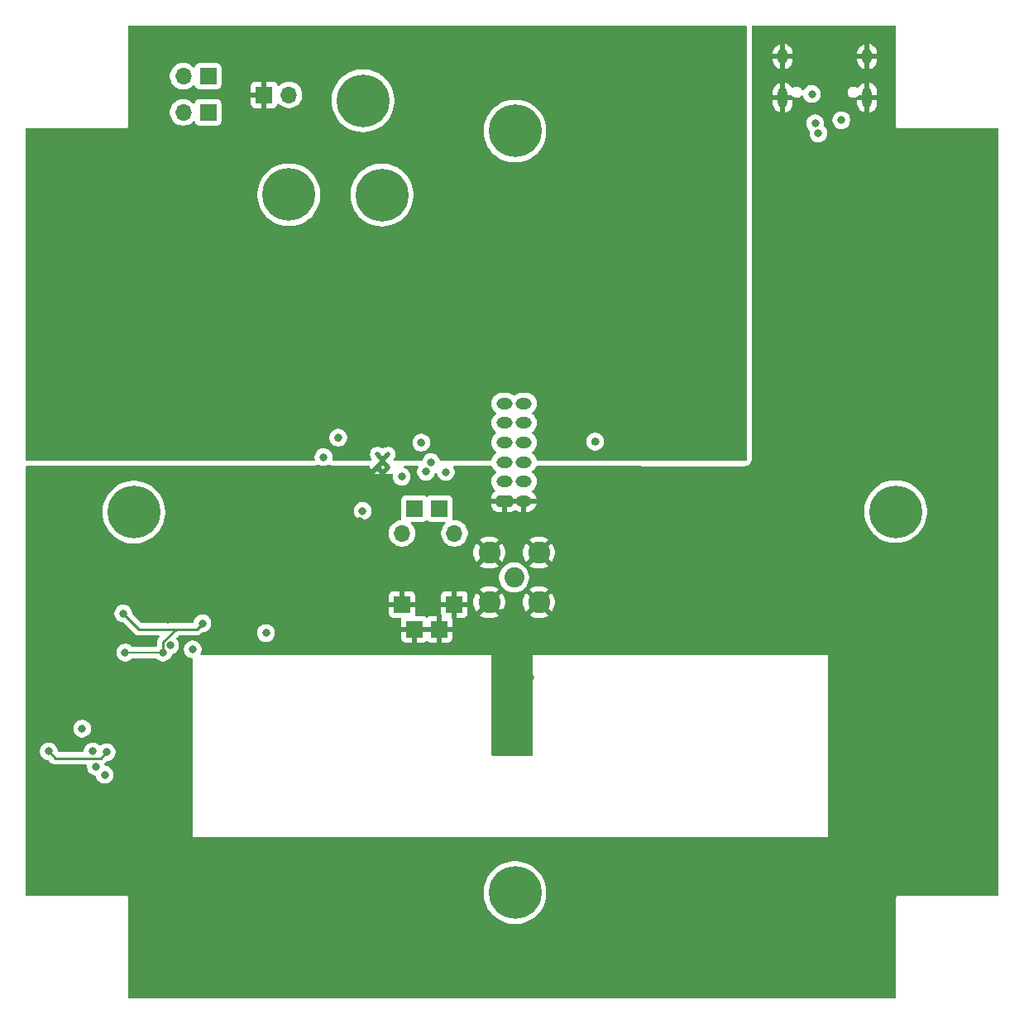
<source format=gbr>
%TF.GenerationSoftware,KiCad,Pcbnew,9.0.0*%
%TF.CreationDate,2025-05-03T12:21:44-07:00*%
%TF.ProjectId,antenna_top_cap_v2a,616e7465-6e6e-4615-9f74-6f705f636170,rev?*%
%TF.SameCoordinates,Original*%
%TF.FileFunction,Copper,L2,Inr*%
%TF.FilePolarity,Positive*%
%FSLAX46Y46*%
G04 Gerber Fmt 4.6, Leading zero omitted, Abs format (unit mm)*
G04 Created by KiCad (PCBNEW 9.0.0) date 2025-05-03 12:21:44*
%MOMM*%
%LPD*%
G01*
G04 APERTURE LIST*
G04 Aperture macros list*
%AMRoundRect*
0 Rectangle with rounded corners*
0 $1 Rounding radius*
0 $2 $3 $4 $5 $6 $7 $8 $9 X,Y pos of 4 corners*
0 Add a 4 corners polygon primitive as box body*
4,1,4,$2,$3,$4,$5,$6,$7,$8,$9,$2,$3,0*
0 Add four circle primitives for the rounded corners*
1,1,$1+$1,$2,$3*
1,1,$1+$1,$4,$5*
1,1,$1+$1,$6,$7*
1,1,$1+$1,$8,$9*
0 Add four rect primitives between the rounded corners*
20,1,$1+$1,$2,$3,$4,$5,0*
20,1,$1+$1,$4,$5,$6,$7,0*
20,1,$1+$1,$6,$7,$8,$9,0*
20,1,$1+$1,$8,$9,$2,$3,0*%
G04 Aperture macros list end*
%TA.AperFunction,ComponentPad*%
%ADD10O,1.700000X1.700000*%
%TD*%
%TA.AperFunction,ComponentPad*%
%ADD11R,1.700000X1.700000*%
%TD*%
%TA.AperFunction,ComponentPad*%
%ADD12C,5.400000*%
%TD*%
%TA.AperFunction,ComponentPad*%
%ADD13RoundRect,0.250000X0.575000X-0.350000X0.575000X0.350000X-0.575000X0.350000X-0.575000X-0.350000X0*%
%TD*%
%TA.AperFunction,ComponentPad*%
%ADD14O,1.650000X1.200000*%
%TD*%
%TA.AperFunction,ComponentPad*%
%ADD15C,2.050000*%
%TD*%
%TA.AperFunction,ComponentPad*%
%ADD16C,2.250000*%
%TD*%
%TA.AperFunction,HeatsinkPad*%
%ADD17C,0.500000*%
%TD*%
%TA.AperFunction,HeatsinkPad*%
%ADD18O,1.000000X1.600000*%
%TD*%
%TA.AperFunction,HeatsinkPad*%
%ADD19O,1.000000X2.100000*%
%TD*%
%TA.AperFunction,ViaPad*%
%ADD20C,0.800000*%
%TD*%
%TA.AperFunction,ViaPad*%
%ADD21C,0.460000*%
%TD*%
%TA.AperFunction,Conductor*%
%ADD22C,0.152400*%
%TD*%
%TA.AperFunction,Conductor*%
%ADD23C,0.254000*%
%TD*%
%TA.AperFunction,Conductor*%
%ADD24C,0.250000*%
%TD*%
G04 APERTURE END LIST*
D10*
%TO.N,BURN*%
%TO.C,J7*%
X154275800Y-114409400D03*
D11*
X155545800Y-111869400D03*
X158085800Y-111869400D03*
D10*
X159645800Y-114409400D03*
D11*
%TO.N,GND*%
X154275800Y-121689400D03*
X155545800Y-124229400D03*
X158085800Y-124229400D03*
X159645800Y-121689400D03*
%TD*%
%TO.N,~{FC_RESET}*%
%TO.C,J3*%
X134420800Y-67619400D03*
D10*
%TO.N,GND*%
X131880800Y-67619400D03*
%TD*%
D12*
%TO.N,unconnected-(TP3-Pad1)*%
%TO.C,TP3*%
X150275800Y-70119400D03*
%TD*%
D13*
%TO.N,GND*%
%TO.C,J1*%
X164745800Y-111119400D03*
D14*
X166745801Y-111119400D03*
%TO.N,BURN*%
X164745800Y-109119399D03*
X166745800Y-109119400D03*
%TO.N,SCL0*%
X164745800Y-107119400D03*
%TO.N,Dir_Chrg_In*%
X166745800Y-107119399D03*
%TO.N,SDA0*%
X164745800Y-105119400D03*
%TO.N,+3V3*%
X166745800Y-105119400D03*
%TO.N,USB_D+*%
X164745800Y-103119400D03*
%TO.N,USB_D-*%
X166745800Y-103119400D03*
%TO.N,FC_USBBOOT*%
X164745800Y-101119400D03*
%TO.N,~{FC_RESET}*%
X166745800Y-101119400D03*
%TD*%
D12*
%TO.N,unconnected-(TP7-Pad1)*%
%TO.C,TP7*%
X142693713Y-79756113D03*
%TD*%
%TO.N,unconnected-(TP2-Pad1)*%
%TO.C,TP2*%
X152215800Y-79769400D03*
%TD*%
%TO.N,unconnected-(TP5-Pad1)*%
%TO.C,TP5*%
X126825800Y-112239400D03*
%TD*%
%TO.N,unconnected-(TP6-Pad1)*%
%TO.C,TP6*%
X165835800Y-73239400D03*
%TD*%
%TO.N,unconnected-(TP1-Pad1)*%
%TO.C,TP1*%
X165835800Y-151189400D03*
%TD*%
%TO.N,unconnected-(TP4-Pad1)*%
%TO.C,TP4*%
X204805800Y-112189400D03*
%TD*%
D15*
%TO.N,Net-(J5-In)*%
%TO.C,J5*%
X165745800Y-118919400D03*
D16*
%TO.N,GND*%
X163205800Y-116379400D03*
X163205800Y-121459400D03*
X168285800Y-116379400D03*
X168285800Y-121459400D03*
%TD*%
D17*
%TO.N,GND*%
%TO.C,U16*%
X152845800Y-107619400D03*
X152845800Y-106319400D03*
X151745800Y-107619400D03*
X151745800Y-106319400D03*
%TD*%
D11*
%TO.N,FC_USBBOOT*%
%TO.C,J4*%
X134420800Y-71319400D03*
D10*
%TO.N,GND*%
X131880800Y-71319400D03*
%TD*%
D11*
%TO.N,Dir_Chrg_In*%
%TO.C,J2*%
X140170800Y-69519400D03*
D10*
%TO.N,GND*%
X142710800Y-69519400D03*
%TD*%
D18*
%TO.N,GND*%
%TO.C,J12*%
X193245800Y-65619400D03*
D19*
X193245800Y-69799400D03*
D18*
X201885800Y-65619400D03*
D19*
X201885800Y-69799400D03*
%TD*%
D20*
%TO.N,GND*%
X200745800Y-72119400D03*
X193245800Y-71619400D03*
X167245800Y-127119400D03*
X167245800Y-123119400D03*
X130347958Y-123222637D03*
X156245800Y-105119400D03*
X167245800Y-126119400D03*
X164445800Y-125519400D03*
X167245800Y-124119400D03*
X167395800Y-129169400D03*
X147745800Y-104619400D03*
X164445800Y-123519400D03*
X117945800Y-138629545D03*
X174045800Y-105019400D03*
X164445800Y-124519400D03*
X164545800Y-122519400D03*
X163895800Y-129119400D03*
D21*
X164557800Y-131307400D03*
D20*
X164445800Y-126519400D03*
X167245800Y-125119400D03*
X164445800Y-127419400D03*
X118145800Y-134819400D03*
X164971175Y-128319400D03*
X166545800Y-128419400D03*
X149970800Y-113119400D03*
%TO.N,+3V3*%
X146245800Y-106619400D03*
X140345800Y-124619400D03*
X150245800Y-112119400D03*
%TO.N,Dir_Chrg_In*%
X169745800Y-101619400D03*
X169745800Y-98619400D03*
%TO.N,2.8V*%
X124045800Y-136819400D03*
X125945800Y-126619400D03*
X118106730Y-136731536D03*
X125745800Y-122619400D03*
X133845800Y-123619400D03*
X129820800Y-126607053D03*
%TO.N,/SCL_3V*%
X122945800Y-138304400D03*
%TO.N,/GPIO*%
X121535800Y-134409400D03*
%TO.N,/XSHUT_2.8V*%
X122625802Y-136719400D03*
%TO.N,USB_D-*%
X196883227Y-73471129D03*
%TO.N,/SDA_3V*%
X123845800Y-139119400D03*
%TO.N,SDA0*%
X157245800Y-107119400D03*
X154245800Y-108619400D03*
X132845800Y-126291732D03*
X130545800Y-125867037D03*
%TO.N,USB_D+*%
X196568612Y-72442212D03*
%TO.N,SCL0*%
X158758453Y-108132053D03*
X156733147Y-108106747D03*
%TO.N,Net-(J12-CC2)*%
X199245800Y-72119400D03*
%TO.N,Net-(J12-CC1)*%
X196229798Y-69447585D03*
%TD*%
D22*
%TO.N,2.8V*%
X125958147Y-126607053D02*
X125945800Y-126619400D01*
D23*
X124045800Y-136819400D02*
X123418800Y-137446400D01*
D22*
X129820800Y-126607053D02*
X125958147Y-126607053D01*
D24*
X133245800Y-124219400D02*
X127345800Y-124219400D01*
X127345800Y-124219400D02*
X125745800Y-122619400D01*
D23*
X123418800Y-137446400D02*
X118821594Y-137446400D01*
D24*
X131145800Y-124219400D02*
X129820800Y-125544400D01*
X129820800Y-125544400D02*
X129820800Y-126607053D01*
D23*
X118821594Y-137446400D02*
X118106730Y-136731536D01*
D24*
X133245800Y-124219400D02*
X131145800Y-124219400D01*
X133845800Y-123619400D02*
X133245800Y-124219400D01*
%TD*%
%TA.AperFunction,Conductor*%
%TO.N,GND*%
G36*
X157619875Y-124036407D02*
G01*
X157585800Y-124163574D01*
X157585800Y-124295226D01*
X157619875Y-124422393D01*
X157655097Y-124483400D01*
X155976503Y-124483400D01*
X156011725Y-124422393D01*
X156045800Y-124295226D01*
X156045800Y-124163574D01*
X156011725Y-124036407D01*
X155976503Y-123975400D01*
X157655097Y-123975400D01*
X157619875Y-124036407D01*
G37*
%TD.AperFunction*%
%TA.AperFunction,Conductor*%
G36*
X204787821Y-62437702D02*
G01*
X204834314Y-62491358D01*
X204845700Y-62543700D01*
X204845700Y-72757082D01*
X204876223Y-72830773D01*
X204876226Y-72830777D01*
X204932622Y-72887173D01*
X204932626Y-72887176D01*
X205006318Y-72917700D01*
X215219700Y-72917700D01*
X215287821Y-72937702D01*
X215334314Y-72991358D01*
X215345700Y-73043700D01*
X215345700Y-151390700D01*
X215325698Y-151458821D01*
X215272042Y-151505314D01*
X215219700Y-151516700D01*
X205006318Y-151516700D01*
X204932626Y-151547223D01*
X204932622Y-151547226D01*
X204876226Y-151603622D01*
X204876223Y-151603626D01*
X204845700Y-151677317D01*
X204845700Y-161890700D01*
X204825698Y-161958821D01*
X204772042Y-162005314D01*
X204719700Y-162016700D01*
X126372700Y-162016700D01*
X126304579Y-161996698D01*
X126258086Y-161943042D01*
X126246700Y-161890700D01*
X126246700Y-151677317D01*
X126216176Y-151603626D01*
X126216173Y-151603622D01*
X126159777Y-151547226D01*
X126159773Y-151547223D01*
X126086082Y-151516700D01*
X115872700Y-151516700D01*
X115804579Y-151496698D01*
X115758086Y-151443042D01*
X115746700Y-151390700D01*
X115746700Y-151009212D01*
X162627300Y-151009212D01*
X162627300Y-151369587D01*
X162667648Y-151727694D01*
X162674356Y-151757082D01*
X162747838Y-152079026D01*
X162747840Y-152079032D01*
X162747839Y-152079032D01*
X162866854Y-152419157D01*
X162866862Y-152419177D01*
X163023222Y-152743860D01*
X163023223Y-152743863D01*
X163214943Y-153048984D01*
X163214947Y-153048991D01*
X163439639Y-153330745D01*
X163694454Y-153585560D01*
X163976208Y-153810252D01*
X163976215Y-153810256D01*
X164281336Y-154001976D01*
X164281338Y-154001976D01*
X164281342Y-154001979D01*
X164606025Y-154158339D01*
X164606040Y-154158344D01*
X164606042Y-154158345D01*
X164946167Y-154277360D01*
X164946170Y-154277360D01*
X164946174Y-154277362D01*
X165297505Y-154357551D01*
X165297506Y-154357551D01*
X165297509Y-154357552D01*
X165508707Y-154381347D01*
X165655612Y-154397900D01*
X165655614Y-154397900D01*
X166015988Y-154397900D01*
X166106930Y-154387653D01*
X166374091Y-154357552D01*
X166725426Y-154277362D01*
X167065575Y-154158339D01*
X167390258Y-154001979D01*
X167695393Y-153810251D01*
X167977142Y-153585563D01*
X168231963Y-153330742D01*
X168456651Y-153048993D01*
X168648379Y-152743858D01*
X168804739Y-152419175D01*
X168923762Y-152079026D01*
X169003952Y-151727691D01*
X169044300Y-151369586D01*
X169044300Y-151009214D01*
X169003952Y-150651109D01*
X168923762Y-150299774D01*
X168804739Y-149959625D01*
X168648379Y-149634942D01*
X168648376Y-149634938D01*
X168648376Y-149634936D01*
X168456656Y-149329815D01*
X168456652Y-149329808D01*
X168231960Y-149048054D01*
X167977145Y-148793239D01*
X167695391Y-148568547D01*
X167695384Y-148568543D01*
X167390263Y-148376823D01*
X167390260Y-148376822D01*
X167065577Y-148220462D01*
X167065557Y-148220454D01*
X166725432Y-148101439D01*
X166374093Y-148021248D01*
X166374096Y-148021248D01*
X166015988Y-147980900D01*
X166015986Y-147980900D01*
X165655614Y-147980900D01*
X165655612Y-147980900D01*
X165297505Y-148021248D01*
X164946167Y-148101439D01*
X164606042Y-148220454D01*
X164606022Y-148220462D01*
X164281339Y-148376822D01*
X164281336Y-148376823D01*
X163976215Y-148568543D01*
X163976208Y-148568547D01*
X163694454Y-148793239D01*
X163439639Y-149048054D01*
X163214947Y-149329808D01*
X163214943Y-149329815D01*
X163023223Y-149634936D01*
X163023222Y-149634939D01*
X162866862Y-149959622D01*
X162866854Y-149959642D01*
X162747839Y-150299767D01*
X162667648Y-150651105D01*
X162627300Y-151009212D01*
X115746700Y-151009212D01*
X115746700Y-136642054D01*
X117198230Y-136642054D01*
X117198230Y-136642057D01*
X117198230Y-136821015D01*
X117233143Y-136996536D01*
X117301628Y-137161872D01*
X117401052Y-137310671D01*
X117527595Y-137437214D01*
X117676394Y-137536638D01*
X117841730Y-137605123D01*
X118017251Y-137640036D01*
X118064307Y-137640036D01*
X118132428Y-137660038D01*
X118153402Y-137676941D01*
X118416486Y-137940025D01*
X118520572Y-138009573D01*
X118636225Y-138057478D01*
X118759003Y-138081900D01*
X118884185Y-138081900D01*
X121911382Y-138081900D01*
X121979503Y-138101902D01*
X122025996Y-138155558D01*
X122034851Y-138208731D01*
X122037300Y-138208731D01*
X122037300Y-138214921D01*
X122037300Y-138393879D01*
X122072213Y-138569400D01*
X122140698Y-138734736D01*
X122240122Y-138883535D01*
X122366665Y-139010078D01*
X122515464Y-139109502D01*
X122652428Y-139166235D01*
X122680797Y-139177986D01*
X122680798Y-139177986D01*
X122680800Y-139177987D01*
X122856321Y-139212900D01*
X122858895Y-139213412D01*
X122921805Y-139246320D01*
X122956937Y-139308015D01*
X122957893Y-139312409D01*
X122972213Y-139384400D01*
X123040698Y-139549736D01*
X123140122Y-139698535D01*
X123266665Y-139825078D01*
X123415464Y-139924502D01*
X123580800Y-139992987D01*
X123756321Y-140027900D01*
X123756322Y-140027900D01*
X123935278Y-140027900D01*
X123935279Y-140027900D01*
X124110800Y-139992987D01*
X124276136Y-139924502D01*
X124424935Y-139825078D01*
X124551478Y-139698535D01*
X124650902Y-139549736D01*
X124719387Y-139384400D01*
X124754300Y-139208879D01*
X124754300Y-139029921D01*
X124719387Y-138854400D01*
X124650902Y-138689064D01*
X124551478Y-138540265D01*
X124424935Y-138413722D01*
X124276136Y-138314298D01*
X124110800Y-138245813D01*
X124022042Y-138228158D01*
X123932703Y-138210387D01*
X123915119Y-138201188D01*
X123895773Y-138196773D01*
X123884308Y-138185071D01*
X123869794Y-138177479D01*
X123859974Y-138160235D01*
X123846086Y-138146060D01*
X123836306Y-138118671D01*
X123834662Y-138115784D01*
X123833897Y-138112332D01*
X123833815Y-138111939D01*
X123819387Y-138039400D01*
X123818234Y-138036618D01*
X123816419Y-138027840D01*
X123818866Y-137997916D01*
X123818599Y-137967896D01*
X123821762Y-137962509D01*
X123822207Y-137957080D01*
X123834043Y-137941600D01*
X123850712Y-137913221D01*
X123999128Y-137764805D01*
X124061440Y-137730779D01*
X124088223Y-137727900D01*
X124135278Y-137727900D01*
X124135279Y-137727900D01*
X124310800Y-137692987D01*
X124476136Y-137624502D01*
X124624935Y-137525078D01*
X124751478Y-137398535D01*
X124850902Y-137249736D01*
X124919387Y-137084400D01*
X124954300Y-136908879D01*
X124954300Y-136729921D01*
X124919387Y-136554400D01*
X124850902Y-136389064D01*
X124751478Y-136240265D01*
X124624935Y-136113722D01*
X124476136Y-136014298D01*
X124359229Y-135965873D01*
X124310803Y-135945814D01*
X124310801Y-135945813D01*
X124310800Y-135945813D01*
X124222445Y-135928238D01*
X124135281Y-135910900D01*
X124135279Y-135910900D01*
X123956321Y-135910900D01*
X123956318Y-135910900D01*
X123825571Y-135936907D01*
X123780800Y-135945813D01*
X123780799Y-135945813D01*
X123780796Y-135945814D01*
X123649702Y-136000116D01*
X123616860Y-136013720D01*
X123615462Y-136014299D01*
X123466654Y-136113729D01*
X123466092Y-136114191D01*
X123465740Y-136114340D01*
X123461519Y-136117161D01*
X123460983Y-136116359D01*
X123400739Y-136141930D01*
X123330763Y-136129933D01*
X123297085Y-136105870D01*
X123204937Y-136013722D01*
X123056138Y-135914298D01*
X122920101Y-135857949D01*
X122890805Y-135845814D01*
X122890803Y-135845813D01*
X122890802Y-135845813D01*
X122802447Y-135828238D01*
X122715283Y-135810900D01*
X122715281Y-135810900D01*
X122536323Y-135810900D01*
X122536320Y-135810900D01*
X122405573Y-135836907D01*
X122360802Y-135845813D01*
X122360801Y-135845813D01*
X122360798Y-135845814D01*
X122229704Y-135900116D01*
X122203670Y-135910900D01*
X122195464Y-135914299D01*
X122046671Y-136013719D01*
X122046664Y-136013724D01*
X121920126Y-136140262D01*
X121920121Y-136140269D01*
X121820701Y-136289062D01*
X121752216Y-136454396D01*
X121717302Y-136629918D01*
X121717302Y-136684900D01*
X121697300Y-136753021D01*
X121643644Y-136799514D01*
X121591302Y-136810900D01*
X119141230Y-136810900D01*
X119073109Y-136790898D01*
X119026616Y-136737242D01*
X119015230Y-136684900D01*
X119015230Y-136642058D01*
X119015229Y-136642054D01*
X119012815Y-136629918D01*
X118980317Y-136466536D01*
X118911832Y-136301200D01*
X118812408Y-136152401D01*
X118685865Y-136025858D01*
X118537066Y-135926434D01*
X118420159Y-135878009D01*
X118371733Y-135857950D01*
X118371731Y-135857949D01*
X118371730Y-135857949D01*
X118283375Y-135840374D01*
X118196211Y-135823036D01*
X118196209Y-135823036D01*
X118017251Y-135823036D01*
X118017248Y-135823036D01*
X117902742Y-135845813D01*
X117841730Y-135857949D01*
X117841729Y-135857949D01*
X117841726Y-135857950D01*
X117676392Y-135926435D01*
X117527599Y-136025855D01*
X117527592Y-136025860D01*
X117401054Y-136152398D01*
X117401049Y-136152405D01*
X117301629Y-136301198D01*
X117233144Y-136466532D01*
X117198230Y-136642054D01*
X115746700Y-136642054D01*
X115746700Y-134319918D01*
X120627300Y-134319918D01*
X120627300Y-134319921D01*
X120627300Y-134498879D01*
X120662213Y-134674400D01*
X120730698Y-134839736D01*
X120830122Y-134988535D01*
X120956665Y-135115078D01*
X121105464Y-135214502D01*
X121270800Y-135282987D01*
X121446321Y-135317900D01*
X121446322Y-135317900D01*
X121625278Y-135317900D01*
X121625279Y-135317900D01*
X121800800Y-135282987D01*
X121966136Y-135214502D01*
X122114935Y-135115078D01*
X122241478Y-134988535D01*
X122340902Y-134839736D01*
X122409387Y-134674400D01*
X122444300Y-134498879D01*
X122444300Y-134319921D01*
X122409387Y-134144400D01*
X122340902Y-133979064D01*
X122241478Y-133830265D01*
X122114935Y-133703722D01*
X121966136Y-133604298D01*
X121849229Y-133555873D01*
X121800803Y-133535814D01*
X121800801Y-133535813D01*
X121800800Y-133535813D01*
X121712445Y-133518238D01*
X121625281Y-133500900D01*
X121625279Y-133500900D01*
X121446321Y-133500900D01*
X121446318Y-133500900D01*
X121315571Y-133526907D01*
X121270800Y-133535813D01*
X121270799Y-133535813D01*
X121270796Y-133535814D01*
X121105462Y-133604299D01*
X120956669Y-133703719D01*
X120956662Y-133703724D01*
X120830124Y-133830262D01*
X120830119Y-133830269D01*
X120730699Y-133979062D01*
X120662214Y-134144396D01*
X120627300Y-134319918D01*
X115746700Y-134319918D01*
X115746700Y-122529918D01*
X124837300Y-122529918D01*
X124837300Y-122708881D01*
X124849083Y-122768115D01*
X124869627Y-122871400D01*
X124872214Y-122884403D01*
X124890668Y-122928955D01*
X124940698Y-123049736D01*
X125040122Y-123198535D01*
X125166665Y-123325078D01*
X125315464Y-123424502D01*
X125480800Y-123492987D01*
X125656321Y-123527900D01*
X125706206Y-123527900D01*
X125774327Y-123547902D01*
X125795296Y-123564800D01*
X126941967Y-124711472D01*
X127045725Y-124780801D01*
X127127247Y-124814568D01*
X127161015Y-124828555D01*
X127283406Y-124852900D01*
X127283407Y-124852900D01*
X127408194Y-124852900D01*
X129312206Y-124852900D01*
X129380327Y-124872902D01*
X129426820Y-124926558D01*
X129436924Y-124996832D01*
X129407430Y-125061412D01*
X129401301Y-125067995D01*
X129328731Y-125140564D01*
X129328726Y-125140571D01*
X129269117Y-125229783D01*
X129259400Y-125244325D01*
X129211645Y-125359615D01*
X129201828Y-125408968D01*
X129187300Y-125482003D01*
X129187300Y-125896353D01*
X129167298Y-125964474D01*
X129113642Y-126010967D01*
X129061300Y-126022353D01*
X126685756Y-126022353D01*
X126617635Y-126002351D01*
X126596661Y-125985448D01*
X126524937Y-125913724D01*
X126524935Y-125913722D01*
X126376136Y-125814298D01*
X126259229Y-125765873D01*
X126210803Y-125745814D01*
X126210801Y-125745813D01*
X126210800Y-125745813D01*
X126122445Y-125728238D01*
X126035281Y-125710900D01*
X126035279Y-125710900D01*
X125856321Y-125710900D01*
X125856318Y-125710900D01*
X125725571Y-125736907D01*
X125680800Y-125745813D01*
X125680799Y-125745813D01*
X125680796Y-125745814D01*
X125515462Y-125814299D01*
X125366669Y-125913719D01*
X125366662Y-125913724D01*
X125240124Y-126040262D01*
X125240119Y-126040269D01*
X125168240Y-126147845D01*
X125140698Y-126189064D01*
X125126516Y-126223302D01*
X125072214Y-126354396D01*
X125037300Y-126529918D01*
X125037300Y-126708881D01*
X125047333Y-126759319D01*
X125072213Y-126884400D01*
X125140698Y-127049736D01*
X125240122Y-127198535D01*
X125366665Y-127325078D01*
X125515464Y-127424502D01*
X125680800Y-127492987D01*
X125856321Y-127527900D01*
X125856322Y-127527900D01*
X126035278Y-127527900D01*
X126035279Y-127527900D01*
X126210800Y-127492987D01*
X126376136Y-127424502D01*
X126524935Y-127325078D01*
X126621355Y-127228658D01*
X126683667Y-127194632D01*
X126710450Y-127191753D01*
X129068497Y-127191753D01*
X129136618Y-127211755D01*
X129157592Y-127228658D01*
X129241665Y-127312731D01*
X129390464Y-127412155D01*
X129555800Y-127480640D01*
X129731321Y-127515553D01*
X129731322Y-127515553D01*
X129910278Y-127515553D01*
X129910279Y-127515553D01*
X130085800Y-127480640D01*
X130251136Y-127412155D01*
X130399935Y-127312731D01*
X130526478Y-127186188D01*
X130625902Y-127037389D01*
X130694387Y-126872053D01*
X130694388Y-126872047D01*
X130694389Y-126872047D01*
X130700386Y-126841895D01*
X130733292Y-126778985D01*
X130794986Y-126743852D01*
X130799386Y-126742895D01*
X130810794Y-126740626D01*
X130810794Y-126740625D01*
X130810800Y-126740624D01*
X130976136Y-126672139D01*
X131124935Y-126572715D01*
X131251478Y-126446172D01*
X131350902Y-126297373D01*
X131390304Y-126202250D01*
X131937300Y-126202250D01*
X131937300Y-126202253D01*
X131937300Y-126381211D01*
X131972213Y-126556732D01*
X132040698Y-126722068D01*
X132140122Y-126870867D01*
X132266665Y-126997410D01*
X132415464Y-127096834D01*
X132580800Y-127165319D01*
X132756321Y-127200232D01*
X132759800Y-127200232D01*
X132761554Y-127200747D01*
X132762477Y-127200838D01*
X132762459Y-127201012D01*
X132827921Y-127220234D01*
X132874414Y-127273890D01*
X132885800Y-127326232D01*
X132885800Y-145539400D01*
X197915800Y-145539400D01*
X197915800Y-126869400D01*
X167665800Y-126869400D01*
X167665800Y-137053400D01*
X167645798Y-137121521D01*
X167592142Y-137168014D01*
X167539800Y-137179400D01*
X163541800Y-137179400D01*
X163473679Y-137159398D01*
X163427186Y-137105742D01*
X163415800Y-137053400D01*
X163415800Y-126869400D01*
X133778448Y-126869400D01*
X133710327Y-126849398D01*
X133663834Y-126795742D01*
X133653730Y-126725468D01*
X133662039Y-126695181D01*
X133671584Y-126672137D01*
X133719387Y-126556732D01*
X133754300Y-126381211D01*
X133754300Y-126202253D01*
X133719387Y-126026732D01*
X133650902Y-125861396D01*
X133551478Y-125712597D01*
X133424935Y-125586054D01*
X133276136Y-125486630D01*
X133126147Y-125424502D01*
X133110803Y-125418146D01*
X133110801Y-125418145D01*
X133110800Y-125418145D01*
X133022445Y-125400570D01*
X132935281Y-125383232D01*
X132935279Y-125383232D01*
X132756321Y-125383232D01*
X132756318Y-125383232D01*
X132625571Y-125409239D01*
X132580800Y-125418145D01*
X132580799Y-125418145D01*
X132580796Y-125418146D01*
X132489198Y-125456088D01*
X132426628Y-125482006D01*
X132415462Y-125486631D01*
X132266669Y-125586051D01*
X132266662Y-125586056D01*
X132140124Y-125712594D01*
X132140119Y-125712601D01*
X132040699Y-125861394D01*
X131972214Y-126026728D01*
X131937300Y-126202250D01*
X131390304Y-126202250D01*
X131419387Y-126132037D01*
X131454300Y-125956516D01*
X131454300Y-125777558D01*
X131419387Y-125602037D01*
X131350902Y-125436701D01*
X131251478Y-125287902D01*
X131201434Y-125237858D01*
X131197025Y-125229783D01*
X131189661Y-125224271D01*
X131180277Y-125199112D01*
X131167409Y-125175545D01*
X131168065Y-125166369D01*
X131164851Y-125157751D01*
X131170558Y-125131513D01*
X131172475Y-125104729D01*
X131178386Y-125095530D01*
X131179943Y-125088377D01*
X131201431Y-125059672D01*
X131371300Y-124889804D01*
X131433612Y-124855779D01*
X131460395Y-124852900D01*
X133308193Y-124852900D01*
X133308194Y-124852900D01*
X133430585Y-124828555D01*
X133545875Y-124780800D01*
X133649633Y-124711471D01*
X133796299Y-124564805D01*
X133858611Y-124530779D01*
X133866621Y-124529918D01*
X139437300Y-124529918D01*
X139437300Y-124708881D01*
X139437816Y-124711473D01*
X139472213Y-124884400D01*
X139540698Y-125049736D01*
X139640122Y-125198535D01*
X139766665Y-125325078D01*
X139915464Y-125424502D01*
X140080800Y-125492987D01*
X140256321Y-125527900D01*
X140256322Y-125527900D01*
X140435278Y-125527900D01*
X140435279Y-125527900D01*
X140610800Y-125492987D01*
X140776136Y-125424502D01*
X140924935Y-125325078D01*
X141051478Y-125198535D01*
X141150902Y-125049736D01*
X141219387Y-124884400D01*
X141254300Y-124708879D01*
X141254300Y-124529921D01*
X141253898Y-124527899D01*
X141239555Y-124455790D01*
X141233331Y-124424500D01*
X141219387Y-124354400D01*
X141150902Y-124189064D01*
X141051478Y-124040265D01*
X140924935Y-123913722D01*
X140776136Y-123814298D01*
X140659229Y-123765873D01*
X140610803Y-123745814D01*
X140610801Y-123745813D01*
X140610800Y-123745813D01*
X140522445Y-123728238D01*
X140435281Y-123710900D01*
X140435279Y-123710900D01*
X140256321Y-123710900D01*
X140256318Y-123710900D01*
X140163314Y-123729400D01*
X140080800Y-123745813D01*
X140080799Y-123745813D01*
X140080796Y-123745814D01*
X139915462Y-123814299D01*
X139766669Y-123913719D01*
X139766662Y-123913724D01*
X139640124Y-124040262D01*
X139640119Y-124040269D01*
X139540699Y-124189062D01*
X139472214Y-124354396D01*
X139437300Y-124529918D01*
X133866621Y-124529918D01*
X133885394Y-124527900D01*
X133935278Y-124527900D01*
X133935279Y-124527900D01*
X134110800Y-124492987D01*
X134276136Y-124424502D01*
X134424935Y-124325078D01*
X134551478Y-124198535D01*
X134650902Y-124049736D01*
X134719387Y-123884400D01*
X134754300Y-123708879D01*
X134754300Y-123529921D01*
X134719387Y-123354400D01*
X134650902Y-123189064D01*
X134551478Y-123040265D01*
X134424935Y-122913722D01*
X134276136Y-122814298D01*
X134144823Y-122759906D01*
X134110803Y-122745814D01*
X134110801Y-122745813D01*
X134110800Y-122745813D01*
X134018573Y-122727468D01*
X133935281Y-122710900D01*
X133935279Y-122710900D01*
X133756321Y-122710900D01*
X133756318Y-122710900D01*
X133625571Y-122736907D01*
X133580800Y-122745813D01*
X133580799Y-122745813D01*
X133580796Y-122745814D01*
X133415462Y-122814299D01*
X133266669Y-122913719D01*
X133266662Y-122913724D01*
X133140124Y-123040262D01*
X133140119Y-123040269D01*
X133060856Y-123158896D01*
X133040698Y-123189064D01*
X133012333Y-123257542D01*
X132972214Y-123354397D01*
X132946338Y-123484482D01*
X132913430Y-123547391D01*
X132851735Y-123582523D01*
X132822759Y-123585900D01*
X127660395Y-123585900D01*
X127592274Y-123565898D01*
X127571300Y-123548995D01*
X126691205Y-122668900D01*
X126657179Y-122606588D01*
X126654300Y-122579805D01*
X126654300Y-122529922D01*
X126654299Y-122529918D01*
X126619387Y-122354400D01*
X126550902Y-122189064D01*
X126451478Y-122040265D01*
X126324935Y-121913722D01*
X126176136Y-121814298D01*
X126033525Y-121755226D01*
X126010803Y-121745814D01*
X126010801Y-121745813D01*
X126010800Y-121745813D01*
X125922445Y-121728238D01*
X125835281Y-121710900D01*
X125835279Y-121710900D01*
X125656321Y-121710900D01*
X125656318Y-121710900D01*
X125525571Y-121736907D01*
X125480800Y-121745813D01*
X125480799Y-121745813D01*
X125480796Y-121745814D01*
X125315462Y-121814299D01*
X125166669Y-121913719D01*
X125166662Y-121913724D01*
X125040124Y-122040262D01*
X125040119Y-122040269D01*
X124940699Y-122189062D01*
X124872214Y-122354396D01*
X124837300Y-122529918D01*
X115746700Y-122529918D01*
X115746700Y-120790802D01*
X152917800Y-120790802D01*
X152917800Y-121435400D01*
X153845097Y-121435400D01*
X153809875Y-121496407D01*
X153775800Y-121623574D01*
X153775800Y-121755226D01*
X153809875Y-121882393D01*
X153845097Y-121943400D01*
X152917800Y-121943400D01*
X152917800Y-122587997D01*
X152924305Y-122648493D01*
X152975355Y-122785364D01*
X152975355Y-122785365D01*
X153062895Y-122902304D01*
X153179834Y-122989844D01*
X153316706Y-123040894D01*
X153377202Y-123047399D01*
X153377215Y-123047400D01*
X154095970Y-123047400D01*
X154164091Y-123067402D01*
X154210584Y-123121058D01*
X154220688Y-123191332D01*
X154214026Y-123217432D01*
X154194305Y-123270305D01*
X154187800Y-123330802D01*
X154187800Y-123975400D01*
X155115097Y-123975400D01*
X155079875Y-124036407D01*
X155045800Y-124163574D01*
X155045800Y-124295226D01*
X155079875Y-124422393D01*
X155115097Y-124483400D01*
X154187800Y-124483400D01*
X154187800Y-125127997D01*
X154194305Y-125188493D01*
X154245355Y-125325364D01*
X154245355Y-125325365D01*
X154332895Y-125442304D01*
X154449834Y-125529844D01*
X154586706Y-125580894D01*
X154647202Y-125587399D01*
X154647215Y-125587400D01*
X155291800Y-125587400D01*
X155291800Y-124660102D01*
X155352807Y-124695325D01*
X155479974Y-124729400D01*
X155611626Y-124729400D01*
X155738793Y-124695325D01*
X155799800Y-124660102D01*
X155799800Y-125587400D01*
X156444385Y-125587400D01*
X156444397Y-125587399D01*
X156504893Y-125580894D01*
X156641764Y-125529844D01*
X156641766Y-125529843D01*
X156740290Y-125456088D01*
X156806810Y-125431276D01*
X156876184Y-125446367D01*
X156891310Y-125456088D01*
X156989833Y-125529843D01*
X156989835Y-125529844D01*
X157126706Y-125580894D01*
X157187202Y-125587399D01*
X157187215Y-125587400D01*
X157831800Y-125587400D01*
X157831800Y-124660102D01*
X157892807Y-124695325D01*
X158019974Y-124729400D01*
X158151626Y-124729400D01*
X158278793Y-124695325D01*
X158339800Y-124660102D01*
X158339800Y-125587400D01*
X158984385Y-125587400D01*
X158984397Y-125587399D01*
X159044893Y-125580894D01*
X159181764Y-125529844D01*
X159181765Y-125529844D01*
X159298704Y-125442304D01*
X159386244Y-125325365D01*
X159386244Y-125325364D01*
X159437294Y-125188493D01*
X159443799Y-125127997D01*
X159443800Y-125127985D01*
X159443800Y-124483400D01*
X158516503Y-124483400D01*
X158551725Y-124422393D01*
X158585800Y-124295226D01*
X158585800Y-124163574D01*
X158551725Y-124036407D01*
X158516503Y-123975400D01*
X159443800Y-123975400D01*
X159443800Y-123330814D01*
X159443799Y-123330802D01*
X159437294Y-123270306D01*
X159395741Y-123158896D01*
X159395736Y-123158882D01*
X159392675Y-123150672D01*
X159391572Y-123135234D01*
X159389511Y-123135578D01*
X159389510Y-123135572D01*
X159391572Y-123135228D01*
X159390099Y-123114591D01*
X159387615Y-123079872D01*
X159387619Y-123079863D01*
X159387619Y-123079855D01*
X159391800Y-123072200D01*
X159391800Y-122120102D01*
X159452807Y-122155325D01*
X159579974Y-122189400D01*
X159711626Y-122189400D01*
X159838793Y-122155325D01*
X159899800Y-122120102D01*
X159899800Y-123047400D01*
X160544385Y-123047400D01*
X160544397Y-123047399D01*
X160604893Y-123040894D01*
X160741764Y-122989844D01*
X160741765Y-122989844D01*
X160858704Y-122902304D01*
X160946243Y-122785366D01*
X160982708Y-122687602D01*
X160982708Y-122687601D01*
X160997294Y-122648494D01*
X161003799Y-122587997D01*
X161003800Y-122587985D01*
X161003800Y-121943400D01*
X160076503Y-121943400D01*
X160111725Y-121882393D01*
X160145800Y-121755226D01*
X160145800Y-121623574D01*
X160111725Y-121496407D01*
X160076503Y-121435400D01*
X161003800Y-121435400D01*
X161003800Y-121330882D01*
X161572800Y-121330882D01*
X161572800Y-121587917D01*
X161613010Y-121841799D01*
X161692437Y-122086250D01*
X161692440Y-122086256D01*
X161809133Y-122315278D01*
X161885542Y-122420445D01*
X161885543Y-122420445D01*
X162450027Y-121855960D01*
X162452540Y-121862026D01*
X162545562Y-122001244D01*
X162663956Y-122119638D01*
X162803174Y-122212660D01*
X162809237Y-122215171D01*
X162244753Y-122779655D01*
X162244753Y-122779656D01*
X162349921Y-122856066D01*
X162578943Y-122972759D01*
X162578949Y-122972762D01*
X162823400Y-123052189D01*
X163077282Y-123092400D01*
X163334318Y-123092400D01*
X163588199Y-123052189D01*
X163832650Y-122972762D01*
X163832656Y-122972759D01*
X164061677Y-122856067D01*
X164166846Y-122779656D01*
X163602362Y-122215171D01*
X163608426Y-122212660D01*
X163747644Y-122119638D01*
X163866038Y-122001244D01*
X163959060Y-121862026D01*
X163961571Y-121855961D01*
X164526056Y-122420446D01*
X164602467Y-122315277D01*
X164719159Y-122086256D01*
X164719162Y-122086250D01*
X164798589Y-121841799D01*
X164838800Y-121587917D01*
X164838800Y-121330882D01*
X166652800Y-121330882D01*
X166652800Y-121587917D01*
X166693010Y-121841799D01*
X166772437Y-122086250D01*
X166772440Y-122086256D01*
X166889133Y-122315278D01*
X166965542Y-122420445D01*
X166965543Y-122420445D01*
X167530027Y-121855960D01*
X167532540Y-121862026D01*
X167625562Y-122001244D01*
X167743956Y-122119638D01*
X167883174Y-122212660D01*
X167889237Y-122215171D01*
X167324753Y-122779655D01*
X167324753Y-122779656D01*
X167429921Y-122856066D01*
X167658943Y-122972759D01*
X167658949Y-122972762D01*
X167903400Y-123052189D01*
X168157282Y-123092400D01*
X168414318Y-123092400D01*
X168668199Y-123052189D01*
X168912650Y-122972762D01*
X168912656Y-122972759D01*
X169141677Y-122856067D01*
X169246846Y-122779656D01*
X168682362Y-122215171D01*
X168688426Y-122212660D01*
X168827644Y-122119638D01*
X168946038Y-122001244D01*
X169039060Y-121862026D01*
X169041571Y-121855961D01*
X169606056Y-122420446D01*
X169682467Y-122315277D01*
X169799159Y-122086256D01*
X169799162Y-122086250D01*
X169878589Y-121841799D01*
X169918800Y-121587917D01*
X169918800Y-121330882D01*
X169878589Y-121077000D01*
X169799162Y-120832549D01*
X169799159Y-120832543D01*
X169682466Y-120603521D01*
X169606056Y-120498353D01*
X169606055Y-120498353D01*
X169041571Y-121062837D01*
X169039060Y-121056774D01*
X168946038Y-120917556D01*
X168827644Y-120799162D01*
X168688426Y-120706140D01*
X168682361Y-120703627D01*
X169246845Y-120139143D01*
X169246845Y-120139142D01*
X169141678Y-120062733D01*
X168912656Y-119946040D01*
X168912650Y-119946037D01*
X168668199Y-119866610D01*
X168414318Y-119826400D01*
X168157282Y-119826400D01*
X167903400Y-119866610D01*
X167658949Y-119946037D01*
X167658943Y-119946040D01*
X167429917Y-120062735D01*
X167324753Y-120139141D01*
X167324753Y-120139143D01*
X167889238Y-120703628D01*
X167883174Y-120706140D01*
X167743956Y-120799162D01*
X167625562Y-120917556D01*
X167532540Y-121056774D01*
X167530028Y-121062838D01*
X166965543Y-120498353D01*
X166965541Y-120498353D01*
X166889135Y-120603517D01*
X166772440Y-120832543D01*
X166772437Y-120832549D01*
X166693010Y-121077000D01*
X166652800Y-121330882D01*
X164838800Y-121330882D01*
X164798589Y-121077000D01*
X164719162Y-120832549D01*
X164719159Y-120832543D01*
X164602466Y-120603521D01*
X164526056Y-120498353D01*
X164526055Y-120498353D01*
X163961571Y-121062837D01*
X163959060Y-121056774D01*
X163866038Y-120917556D01*
X163747644Y-120799162D01*
X163608426Y-120706140D01*
X163602361Y-120703627D01*
X164166845Y-120139143D01*
X164166845Y-120139142D01*
X164061678Y-120062733D01*
X163832656Y-119946040D01*
X163832650Y-119946037D01*
X163588199Y-119866610D01*
X163334318Y-119826400D01*
X163077282Y-119826400D01*
X162823400Y-119866610D01*
X162578949Y-119946037D01*
X162578943Y-119946040D01*
X162349917Y-120062735D01*
X162244753Y-120139141D01*
X162244753Y-120139143D01*
X162809238Y-120703628D01*
X162803174Y-120706140D01*
X162663956Y-120799162D01*
X162545562Y-120917556D01*
X162452540Y-121056774D01*
X162450028Y-121062838D01*
X161885543Y-120498353D01*
X161885541Y-120498353D01*
X161809135Y-120603517D01*
X161692440Y-120832543D01*
X161692437Y-120832549D01*
X161613010Y-121077000D01*
X161572800Y-121330882D01*
X161003800Y-121330882D01*
X161003800Y-120790814D01*
X161003799Y-120790802D01*
X160997294Y-120730306D01*
X160946244Y-120593435D01*
X160946244Y-120593434D01*
X160858704Y-120476495D01*
X160741765Y-120388955D01*
X160604893Y-120337905D01*
X160544397Y-120331400D01*
X159899800Y-120331400D01*
X159899800Y-121258697D01*
X159838793Y-121223475D01*
X159711626Y-121189400D01*
X159579974Y-121189400D01*
X159452807Y-121223475D01*
X159391800Y-121258697D01*
X159391800Y-120331400D01*
X158747202Y-120331400D01*
X158686706Y-120337905D01*
X158549835Y-120388955D01*
X158549834Y-120388955D01*
X158432895Y-120476495D01*
X158345355Y-120593434D01*
X158345355Y-120593435D01*
X158294305Y-120730306D01*
X158287800Y-120790802D01*
X158287800Y-121435400D01*
X159215097Y-121435400D01*
X159179875Y-121496407D01*
X159145800Y-121623574D01*
X159145800Y-121755226D01*
X159179875Y-121882393D01*
X159215097Y-121943400D01*
X158287800Y-121943400D01*
X158287800Y-122587997D01*
X158294305Y-122648494D01*
X158335859Y-122759906D01*
X158335861Y-122759910D01*
X158338921Y-122768115D01*
X158343984Y-122838931D01*
X158339800Y-122846593D01*
X158339800Y-123798697D01*
X158278793Y-123763475D01*
X158151626Y-123729400D01*
X158019974Y-123729400D01*
X157892807Y-123763475D01*
X157831800Y-123798697D01*
X157831800Y-122871400D01*
X157187202Y-122871400D01*
X157126706Y-122877905D01*
X156989835Y-122928955D01*
X156989834Y-122928955D01*
X156891309Y-123002711D01*
X156824789Y-123027522D01*
X156755414Y-123012430D01*
X156740291Y-123002711D01*
X156641765Y-122928955D01*
X156504893Y-122877905D01*
X156444397Y-122871400D01*
X155725630Y-122871400D01*
X155657509Y-122851398D01*
X155611016Y-122797742D01*
X155600912Y-122727468D01*
X155607574Y-122701368D01*
X155627294Y-122648494D01*
X155633799Y-122587997D01*
X155633800Y-122587985D01*
X155633800Y-121943400D01*
X154706503Y-121943400D01*
X154741725Y-121882393D01*
X154775800Y-121755226D01*
X154775800Y-121623574D01*
X154741725Y-121496407D01*
X154706503Y-121435400D01*
X155633800Y-121435400D01*
X155633800Y-120790814D01*
X155633799Y-120790802D01*
X155627294Y-120730306D01*
X155576244Y-120593435D01*
X155576244Y-120593434D01*
X155488704Y-120476495D01*
X155371765Y-120388955D01*
X155234893Y-120337905D01*
X155174397Y-120331400D01*
X154529800Y-120331400D01*
X154529800Y-121258697D01*
X154468793Y-121223475D01*
X154341626Y-121189400D01*
X154209974Y-121189400D01*
X154082807Y-121223475D01*
X154021800Y-121258697D01*
X154021800Y-120331400D01*
X153377202Y-120331400D01*
X153316706Y-120337905D01*
X153179835Y-120388955D01*
X153179834Y-120388955D01*
X153062895Y-120476495D01*
X152975355Y-120593434D01*
X152975355Y-120593435D01*
X152924305Y-120730306D01*
X152917800Y-120790802D01*
X115746700Y-120790802D01*
X115746700Y-118798711D01*
X164212300Y-118798711D01*
X164212300Y-119040089D01*
X164250060Y-119278495D01*
X164250061Y-119278500D01*
X164324648Y-119508055D01*
X164324650Y-119508060D01*
X164324651Y-119508061D01*
X164434235Y-119723132D01*
X164576113Y-119918410D01*
X164746789Y-120089086D01*
X164875069Y-120182287D01*
X164942071Y-120230967D01*
X165157140Y-120340550D01*
X165386705Y-120415140D01*
X165625111Y-120452900D01*
X165625114Y-120452900D01*
X165866486Y-120452900D01*
X165866489Y-120452900D01*
X166104895Y-120415140D01*
X166334460Y-120340550D01*
X166549529Y-120230967D01*
X166744808Y-120089088D01*
X166915488Y-119918408D01*
X167057367Y-119723129D01*
X167166950Y-119508060D01*
X167241540Y-119278495D01*
X167279300Y-119040089D01*
X167279300Y-118798711D01*
X167241540Y-118560305D01*
X167166950Y-118330740D01*
X167057367Y-118115671D01*
X166915488Y-117920392D01*
X166915486Y-117920389D01*
X166744816Y-117749719D01*
X166744807Y-117749711D01*
X166549532Y-117607835D01*
X166549531Y-117607834D01*
X166549529Y-117607833D01*
X166334460Y-117498250D01*
X166334457Y-117498249D01*
X166334455Y-117498248D01*
X166104900Y-117423661D01*
X166104896Y-117423660D01*
X166104895Y-117423660D01*
X165866489Y-117385900D01*
X165625111Y-117385900D01*
X165386705Y-117423660D01*
X165386699Y-117423661D01*
X165157144Y-117498248D01*
X165157138Y-117498251D01*
X164942067Y-117607835D01*
X164746789Y-117749713D01*
X164576113Y-117920389D01*
X164434235Y-118115667D01*
X164324651Y-118330738D01*
X164324648Y-118330744D01*
X164250061Y-118560299D01*
X164250060Y-118560304D01*
X164250060Y-118560305D01*
X164212300Y-118798711D01*
X115746700Y-118798711D01*
X115746700Y-116250882D01*
X161572800Y-116250882D01*
X161572800Y-116507917D01*
X161613010Y-116761799D01*
X161692437Y-117006250D01*
X161692440Y-117006256D01*
X161809133Y-117235278D01*
X161885542Y-117340445D01*
X161885543Y-117340445D01*
X162450027Y-116775960D01*
X162452540Y-116782026D01*
X162545562Y-116921244D01*
X162663956Y-117039638D01*
X162803174Y-117132660D01*
X162809237Y-117135171D01*
X162244753Y-117699655D01*
X162244753Y-117699656D01*
X162349921Y-117776066D01*
X162578943Y-117892759D01*
X162578949Y-117892762D01*
X162823400Y-117972189D01*
X163077282Y-118012400D01*
X163334318Y-118012400D01*
X163588199Y-117972189D01*
X163832650Y-117892762D01*
X163832656Y-117892759D01*
X164061677Y-117776067D01*
X164166846Y-117699656D01*
X163602362Y-117135171D01*
X163608426Y-117132660D01*
X163747644Y-117039638D01*
X163866038Y-116921244D01*
X163959060Y-116782026D01*
X163961571Y-116775961D01*
X164526056Y-117340446D01*
X164602467Y-117235277D01*
X164719159Y-117006256D01*
X164719162Y-117006250D01*
X164798589Y-116761799D01*
X164838800Y-116507917D01*
X164838800Y-116250882D01*
X166652800Y-116250882D01*
X166652800Y-116507917D01*
X166693010Y-116761799D01*
X166772437Y-117006250D01*
X166772440Y-117006256D01*
X166889133Y-117235278D01*
X166965542Y-117340445D01*
X166965543Y-117340445D01*
X167530027Y-116775960D01*
X167532540Y-116782026D01*
X167625562Y-116921244D01*
X167743956Y-117039638D01*
X167883174Y-117132660D01*
X167889237Y-117135171D01*
X167324753Y-117699655D01*
X167324753Y-117699656D01*
X167429921Y-117776066D01*
X167658943Y-117892759D01*
X167658949Y-117892762D01*
X167903400Y-117972189D01*
X168157282Y-118012400D01*
X168414318Y-118012400D01*
X168668199Y-117972189D01*
X168912650Y-117892762D01*
X168912656Y-117892759D01*
X169141677Y-117776067D01*
X169246846Y-117699656D01*
X168682362Y-117135171D01*
X168688426Y-117132660D01*
X168827644Y-117039638D01*
X168946038Y-116921244D01*
X169039060Y-116782026D01*
X169041571Y-116775961D01*
X169606056Y-117340446D01*
X169682467Y-117235277D01*
X169799159Y-117006256D01*
X169799162Y-117006250D01*
X169878589Y-116761799D01*
X169918800Y-116507917D01*
X169918800Y-116250882D01*
X169878589Y-115997000D01*
X169799162Y-115752549D01*
X169799159Y-115752543D01*
X169682466Y-115523521D01*
X169606056Y-115418353D01*
X169606055Y-115418353D01*
X169041571Y-115982837D01*
X169039060Y-115976774D01*
X168946038Y-115837556D01*
X168827644Y-115719162D01*
X168688426Y-115626140D01*
X168682361Y-115623627D01*
X169246845Y-115059143D01*
X169246845Y-115059142D01*
X169141678Y-114982733D01*
X168912656Y-114866040D01*
X168912650Y-114866037D01*
X168668199Y-114786610D01*
X168414318Y-114746400D01*
X168157282Y-114746400D01*
X167903400Y-114786610D01*
X167658949Y-114866037D01*
X167658943Y-114866040D01*
X167429917Y-114982735D01*
X167324753Y-115059141D01*
X167324753Y-115059143D01*
X167889238Y-115623628D01*
X167883174Y-115626140D01*
X167743956Y-115719162D01*
X167625562Y-115837556D01*
X167532540Y-115976774D01*
X167530028Y-115982838D01*
X166965543Y-115418353D01*
X166965541Y-115418353D01*
X166889135Y-115523517D01*
X166772440Y-115752543D01*
X166772437Y-115752549D01*
X166693010Y-115997000D01*
X166652800Y-116250882D01*
X164838800Y-116250882D01*
X164798589Y-115997000D01*
X164719162Y-115752549D01*
X164719159Y-115752543D01*
X164602466Y-115523521D01*
X164526056Y-115418353D01*
X164526055Y-115418353D01*
X163961571Y-115982837D01*
X163959060Y-115976774D01*
X163866038Y-115837556D01*
X163747644Y-115719162D01*
X163608426Y-115626140D01*
X163602361Y-115623627D01*
X164166845Y-115059143D01*
X164166845Y-115059142D01*
X164061678Y-114982733D01*
X163832656Y-114866040D01*
X163832650Y-114866037D01*
X163588199Y-114786610D01*
X163334318Y-114746400D01*
X163077282Y-114746400D01*
X162823400Y-114786610D01*
X162578949Y-114866037D01*
X162578943Y-114866040D01*
X162349917Y-114982735D01*
X162244753Y-115059141D01*
X162244753Y-115059143D01*
X162809238Y-115623628D01*
X162803174Y-115626140D01*
X162663956Y-115719162D01*
X162545562Y-115837556D01*
X162452540Y-115976774D01*
X162450028Y-115982838D01*
X161885543Y-115418353D01*
X161885541Y-115418353D01*
X161809135Y-115523517D01*
X161692440Y-115752543D01*
X161692437Y-115752549D01*
X161613010Y-115997000D01*
X161572800Y-116250882D01*
X115746700Y-116250882D01*
X115746700Y-112059212D01*
X123617300Y-112059212D01*
X123617300Y-112419587D01*
X123657648Y-112777694D01*
X123691156Y-112924500D01*
X123737838Y-113129026D01*
X123737840Y-113129032D01*
X123737839Y-113129032D01*
X123856854Y-113469157D01*
X123856862Y-113469177D01*
X124013222Y-113793860D01*
X124013223Y-113793863D01*
X124204943Y-114098984D01*
X124204947Y-114098991D01*
X124429639Y-114380745D01*
X124684454Y-114635560D01*
X124966208Y-114860252D01*
X124966215Y-114860256D01*
X125271336Y-115051976D01*
X125271338Y-115051976D01*
X125271342Y-115051979D01*
X125596025Y-115208339D01*
X125596040Y-115208344D01*
X125596042Y-115208345D01*
X125936167Y-115327360D01*
X125936170Y-115327360D01*
X125936174Y-115327362D01*
X126287505Y-115407551D01*
X126287506Y-115407551D01*
X126287509Y-115407552D01*
X126498707Y-115431347D01*
X126645612Y-115447900D01*
X126645614Y-115447900D01*
X127005988Y-115447900D01*
X127096930Y-115437653D01*
X127364091Y-115407552D01*
X127715426Y-115327362D01*
X128055575Y-115208339D01*
X128380258Y-115051979D01*
X128685393Y-114860251D01*
X128967142Y-114635563D01*
X129221963Y-114380742D01*
X129284372Y-114302484D01*
X152917300Y-114302484D01*
X152917300Y-114516316D01*
X152928268Y-114585563D01*
X152950752Y-114727521D01*
X153016826Y-114930878D01*
X153016828Y-114930883D01*
X153113906Y-115121409D01*
X153239594Y-115294404D01*
X153239596Y-115294406D01*
X153239598Y-115294409D01*
X153390790Y-115445601D01*
X153390793Y-115445603D01*
X153390796Y-115445606D01*
X153563791Y-115571294D01*
X153754317Y-115668372D01*
X153957678Y-115734447D01*
X153957679Y-115734447D01*
X153957684Y-115734449D01*
X154168884Y-115767900D01*
X154168887Y-115767900D01*
X154382713Y-115767900D01*
X154382716Y-115767900D01*
X154593916Y-115734449D01*
X154797283Y-115668372D01*
X154987809Y-115571294D01*
X155160804Y-115445606D01*
X155312006Y-115294404D01*
X155437694Y-115121409D01*
X155534772Y-114930883D01*
X155600849Y-114727516D01*
X155634300Y-114516316D01*
X155634300Y-114302484D01*
X155600849Y-114091284D01*
X155534772Y-113887917D01*
X155437694Y-113697391D01*
X155312006Y-113524396D01*
X155312003Y-113524393D01*
X155312001Y-113524390D01*
X155230606Y-113442995D01*
X155196580Y-113380683D01*
X155201645Y-113309868D01*
X155244192Y-113253032D01*
X155310712Y-113228221D01*
X155319701Y-113227900D01*
X156444432Y-113227900D01*
X156444438Y-113227900D01*
X156444445Y-113227899D01*
X156444449Y-113227899D01*
X156504996Y-113221390D01*
X156504999Y-113221389D01*
X156505001Y-113221389D01*
X156642004Y-113170289D01*
X156740292Y-113096711D01*
X156806811Y-113071901D01*
X156876185Y-113086992D01*
X156891302Y-113096706D01*
X156989596Y-113170289D01*
X157126595Y-113221388D01*
X157126603Y-113221390D01*
X157187150Y-113227899D01*
X157187155Y-113227899D01*
X157187162Y-113227900D01*
X158601899Y-113227900D01*
X158670020Y-113247902D01*
X158716513Y-113301558D01*
X158726617Y-113371832D01*
X158697123Y-113436412D01*
X158690994Y-113442995D01*
X158609598Y-113524390D01*
X158609596Y-113524393D01*
X158483908Y-113697387D01*
X158386829Y-113887915D01*
X158386826Y-113887921D01*
X158320752Y-114091278D01*
X158320751Y-114091283D01*
X158320751Y-114091284D01*
X158287300Y-114302484D01*
X158287300Y-114516316D01*
X158298268Y-114585563D01*
X158320752Y-114727521D01*
X158386826Y-114930878D01*
X158386828Y-114930883D01*
X158483906Y-115121409D01*
X158609594Y-115294404D01*
X158609596Y-115294406D01*
X158609598Y-115294409D01*
X158760790Y-115445601D01*
X158760793Y-115445603D01*
X158760796Y-115445606D01*
X158933791Y-115571294D01*
X159124317Y-115668372D01*
X159327678Y-115734447D01*
X159327679Y-115734447D01*
X159327684Y-115734449D01*
X159538884Y-115767900D01*
X159538887Y-115767900D01*
X159752713Y-115767900D01*
X159752716Y-115767900D01*
X159963916Y-115734449D01*
X160167283Y-115668372D01*
X160357809Y-115571294D01*
X160530804Y-115445606D01*
X160682006Y-115294404D01*
X160807694Y-115121409D01*
X160904772Y-114930883D01*
X160970849Y-114727516D01*
X161004300Y-114516316D01*
X161004300Y-114302484D01*
X160970849Y-114091284D01*
X160904772Y-113887917D01*
X160807694Y-113697391D01*
X160682006Y-113524396D01*
X160682003Y-113524393D01*
X160682001Y-113524390D01*
X160530809Y-113373198D01*
X160530806Y-113373196D01*
X160530804Y-113373194D01*
X160357809Y-113247506D01*
X160167283Y-113150428D01*
X160167280Y-113150427D01*
X160167278Y-113150426D01*
X159963920Y-113084352D01*
X159963923Y-113084352D01*
X159885310Y-113071901D01*
X159752716Y-113050900D01*
X159538884Y-113050900D01*
X159536350Y-113050900D01*
X159468229Y-113030898D01*
X159421736Y-112977242D01*
X159411632Y-112906968D01*
X159418295Y-112880867D01*
X159437788Y-112828604D01*
X159437790Y-112828596D01*
X159444299Y-112768049D01*
X159444300Y-112768032D01*
X159444300Y-110970767D01*
X159444299Y-110970750D01*
X159437790Y-110910203D01*
X159437788Y-110910195D01*
X159408724Y-110832275D01*
X159386689Y-110773196D01*
X159386688Y-110773194D01*
X159386687Y-110773192D01*
X159299061Y-110656138D01*
X159182007Y-110568512D01*
X159182002Y-110568510D01*
X159045004Y-110517411D01*
X159044996Y-110517409D01*
X158984449Y-110510900D01*
X158984438Y-110510900D01*
X157187162Y-110510900D01*
X157187150Y-110510900D01*
X157126603Y-110517409D01*
X157126595Y-110517411D01*
X156989597Y-110568510D01*
X156989592Y-110568512D01*
X156891309Y-110642087D01*
X156824789Y-110666898D01*
X156755415Y-110651807D01*
X156740291Y-110642087D01*
X156642007Y-110568512D01*
X156642002Y-110568510D01*
X156505004Y-110517411D01*
X156504996Y-110517409D01*
X156444449Y-110510900D01*
X156444438Y-110510900D01*
X154647162Y-110510900D01*
X154647150Y-110510900D01*
X154586603Y-110517409D01*
X154586595Y-110517411D01*
X154449597Y-110568510D01*
X154449592Y-110568512D01*
X154332538Y-110656138D01*
X154244912Y-110773192D01*
X154244910Y-110773197D01*
X154193811Y-110910195D01*
X154193809Y-110910203D01*
X154187300Y-110970750D01*
X154187300Y-112768049D01*
X154193809Y-112828596D01*
X154193810Y-112828597D01*
X154193810Y-112828599D01*
X154193811Y-112828601D01*
X154216860Y-112890396D01*
X154221925Y-112961212D01*
X154187900Y-113023524D01*
X154125588Y-113057549D01*
X154118524Y-113058876D01*
X153957684Y-113084351D01*
X153957678Y-113084352D01*
X153754321Y-113150426D01*
X153754315Y-113150429D01*
X153563787Y-113247508D01*
X153390793Y-113373196D01*
X153390790Y-113373198D01*
X153239598Y-113524390D01*
X153239596Y-113524393D01*
X153113908Y-113697387D01*
X153016829Y-113887915D01*
X153016826Y-113887921D01*
X152950752Y-114091278D01*
X152950751Y-114091283D01*
X152950751Y-114091284D01*
X152917300Y-114302484D01*
X129284372Y-114302484D01*
X129446651Y-114098993D01*
X129638379Y-113793858D01*
X129794739Y-113469175D01*
X129884006Y-113214063D01*
X129913760Y-113129032D01*
X129913760Y-113129031D01*
X129913762Y-113129026D01*
X129993952Y-112777691D01*
X130034300Y-112419586D01*
X130034300Y-112059214D01*
X130034300Y-112059211D01*
X130031892Y-112037837D01*
X130031000Y-112029918D01*
X149337300Y-112029918D01*
X149337300Y-112029921D01*
X149337300Y-112208879D01*
X149372213Y-112384400D01*
X149440698Y-112549736D01*
X149540122Y-112698535D01*
X149666665Y-112825078D01*
X149815464Y-112924502D01*
X149980800Y-112992987D01*
X150156321Y-113027900D01*
X150156322Y-113027900D01*
X150335278Y-113027900D01*
X150335279Y-113027900D01*
X150510800Y-112992987D01*
X150676136Y-112924502D01*
X150824935Y-112825078D01*
X150951478Y-112698535D01*
X151050902Y-112549736D01*
X151119387Y-112384400D01*
X151154300Y-112208879D01*
X151154300Y-112029921D01*
X151119387Y-111854400D01*
X151050902Y-111689064D01*
X150951478Y-111540265D01*
X150824935Y-111413722D01*
X150676136Y-111314298D01*
X150559229Y-111265873D01*
X150510803Y-111245814D01*
X150510801Y-111245813D01*
X150510800Y-111245813D01*
X150422445Y-111228238D01*
X150335281Y-111210900D01*
X150335279Y-111210900D01*
X150156321Y-111210900D01*
X150156318Y-111210900D01*
X150025571Y-111236907D01*
X149980800Y-111245813D01*
X149980799Y-111245813D01*
X149980796Y-111245814D01*
X149815462Y-111314299D01*
X149666669Y-111413719D01*
X149666662Y-111413724D01*
X149540124Y-111540262D01*
X149540119Y-111540269D01*
X149466059Y-111651109D01*
X149440698Y-111689064D01*
X149435709Y-111701109D01*
X149372214Y-111854396D01*
X149337300Y-112029918D01*
X130031000Y-112029918D01*
X130004184Y-111791925D01*
X129993952Y-111701109D01*
X129913762Y-111349774D01*
X129901348Y-111314298D01*
X129794745Y-111009642D01*
X129794744Y-111009640D01*
X129794739Y-111009625D01*
X129638379Y-110684942D01*
X129638376Y-110684938D01*
X129638376Y-110684936D01*
X129446656Y-110379815D01*
X129446652Y-110379808D01*
X129221960Y-110098054D01*
X128967145Y-109843239D01*
X128685391Y-109618547D01*
X128685384Y-109618543D01*
X128380263Y-109426823D01*
X128380260Y-109426822D01*
X128375443Y-109424502D01*
X128055575Y-109270461D01*
X128055571Y-109270459D01*
X128055557Y-109270454D01*
X127715432Y-109151439D01*
X127364093Y-109071248D01*
X127364096Y-109071248D01*
X127005988Y-109030900D01*
X127005986Y-109030900D01*
X126645614Y-109030900D01*
X126645612Y-109030900D01*
X126287505Y-109071248D01*
X125936167Y-109151439D01*
X125596042Y-109270454D01*
X125596022Y-109270462D01*
X125271339Y-109426822D01*
X125271336Y-109426823D01*
X124966215Y-109618543D01*
X124966208Y-109618547D01*
X124684454Y-109843239D01*
X124429639Y-110098054D01*
X124204947Y-110379808D01*
X124204943Y-110379815D01*
X124013223Y-110684936D01*
X124013222Y-110684939D01*
X123856862Y-111009622D01*
X123856854Y-111009642D01*
X123737839Y-111349767D01*
X123657648Y-111701105D01*
X123617300Y-112059212D01*
X115746700Y-112059212D01*
X115746700Y-108303100D01*
X151415652Y-108303100D01*
X151524701Y-108348270D01*
X151524700Y-108348270D01*
X151671140Y-108377399D01*
X151671144Y-108377400D01*
X151820456Y-108377400D01*
X151820462Y-108377399D01*
X151966898Y-108348271D01*
X151966901Y-108348270D01*
X152075947Y-108303100D01*
X151745801Y-107972954D01*
X151745800Y-107972954D01*
X151415652Y-108303100D01*
X115746700Y-108303100D01*
X115746700Y-107599612D01*
X115766702Y-107531491D01*
X115820358Y-107484998D01*
X115872798Y-107473612D01*
X144268304Y-107496462D01*
X145237907Y-107497243D01*
X145237908Y-107497242D01*
X145237928Y-107497243D01*
X145251915Y-107497064D01*
X145258760Y-107496883D01*
X145272666Y-107496326D01*
X145416015Y-107467814D01*
X145482968Y-107444195D01*
X145482974Y-107444193D01*
X145612483Y-107376448D01*
X145612664Y-107376272D01*
X145620681Y-107372164D01*
X145655061Y-107365621D01*
X145689383Y-107358794D01*
X145689928Y-107358986D01*
X145690426Y-107358892D01*
X145695791Y-107361054D01*
X145748153Y-107379526D01*
X145815464Y-107424502D01*
X145980800Y-107492987D01*
X146156321Y-107527900D01*
X146156322Y-107527900D01*
X146335278Y-107527900D01*
X146335279Y-107527900D01*
X146510800Y-107492987D01*
X146676136Y-107424502D01*
X146744283Y-107378966D01*
X146812035Y-107357751D01*
X146880502Y-107376533D01*
X146896874Y-107388572D01*
X146906662Y-107397067D01*
X147009638Y-107444195D01*
X147039563Y-107457890D01*
X147071531Y-107467304D01*
X147107656Y-107477944D01*
X147107661Y-107477945D01*
X147107668Y-107477947D01*
X147252321Y-107498864D01*
X150861905Y-107501768D01*
X150930006Y-107521824D01*
X150976456Y-107575517D01*
X150987800Y-107627767D01*
X150987800Y-107694059D01*
X151016931Y-107840508D01*
X151062097Y-107949546D01*
X151062098Y-107949547D01*
X151412137Y-107599509D01*
X151645800Y-107599509D01*
X151645800Y-107639291D01*
X151661024Y-107676045D01*
X151689155Y-107704176D01*
X151725909Y-107719400D01*
X151765691Y-107719400D01*
X151802445Y-107704176D01*
X151830576Y-107676045D01*
X151845800Y-107639291D01*
X151845800Y-107619399D01*
X152099354Y-107619399D01*
X152099354Y-107619401D01*
X152295799Y-107815846D01*
X152295801Y-107815846D01*
X152492246Y-107619401D01*
X152492246Y-107619399D01*
X152295801Y-107422954D01*
X152295799Y-107422954D01*
X152099354Y-107619399D01*
X151845800Y-107619399D01*
X151845800Y-107599509D01*
X151830576Y-107562755D01*
X151802445Y-107534624D01*
X151765691Y-107519400D01*
X151725909Y-107519400D01*
X151689155Y-107534624D01*
X151661024Y-107562755D01*
X151645800Y-107599509D01*
X151412137Y-107599509D01*
X151533532Y-107478114D01*
X151569023Y-107442623D01*
X151569023Y-107442622D01*
X152042245Y-106969400D01*
X151658118Y-106585273D01*
X151624093Y-106522960D01*
X151629157Y-106452145D01*
X151658118Y-106407081D01*
X151675089Y-106390110D01*
X151689155Y-106404176D01*
X151725909Y-106419400D01*
X151765691Y-106419400D01*
X151802445Y-106404176D01*
X151830576Y-106376045D01*
X151845800Y-106339291D01*
X151845800Y-106299509D01*
X151830576Y-106262755D01*
X151802445Y-106234624D01*
X151765691Y-106219400D01*
X151732251Y-106219400D01*
X151733434Y-106202867D01*
X151743604Y-106189280D01*
X151749240Y-106173272D01*
X151764440Y-106161447D01*
X151775981Y-106146031D01*
X151791881Y-106140100D01*
X151805278Y-106129679D01*
X151824458Y-106127949D01*
X151842501Y-106121220D01*
X151859621Y-106124778D01*
X151875988Y-106123303D01*
X151899670Y-106133103D01*
X151909816Y-106135212D01*
X151915841Y-106138358D01*
X151940517Y-106154846D01*
X151948114Y-106159825D01*
X151951897Y-106162257D01*
X151959718Y-106167186D01*
X152027732Y-106196791D01*
X152031680Y-106198853D01*
X152054159Y-106220513D01*
X152078119Y-106240537D01*
X152079493Y-106244925D01*
X152082804Y-106248116D01*
X152090004Y-106278493D01*
X152099334Y-106308290D01*
X152099354Y-106310540D01*
X152099354Y-106319401D01*
X152295799Y-106515846D01*
X152295801Y-106515846D01*
X152492246Y-106319401D01*
X152492246Y-106310234D01*
X152496461Y-106295877D01*
X152495700Y-106280933D01*
X152506262Y-106262497D01*
X152512248Y-106242113D01*
X152524174Y-106231235D01*
X152530995Y-106219331D01*
X152556857Y-106201425D01*
X152560140Y-106198432D01*
X152561980Y-106197475D01*
X152651087Y-106154843D01*
X152675865Y-106138286D01*
X152682004Y-106135096D01*
X152710320Y-106129541D01*
X152737858Y-106120918D01*
X152744705Y-106122796D01*
X152751672Y-106121430D01*
X152778493Y-106132064D01*
X152806325Y-106139699D01*
X152811069Y-106144981D01*
X152817670Y-106147598D01*
X152834484Y-106171045D01*
X152853770Y-106192515D01*
X152854906Y-106199524D01*
X152859043Y-106205294D01*
X152859762Y-106219400D01*
X152825909Y-106219400D01*
X152789155Y-106234624D01*
X152761024Y-106262755D01*
X152745800Y-106299509D01*
X152745800Y-106339291D01*
X152761024Y-106376045D01*
X152789155Y-106404176D01*
X152825909Y-106419400D01*
X152865691Y-106419400D01*
X152902445Y-106404176D01*
X152916510Y-106390111D01*
X152933480Y-106407081D01*
X152967506Y-106469393D01*
X152962441Y-106540208D01*
X152933481Y-106585271D01*
X152549354Y-106969399D01*
X152933481Y-107353526D01*
X152967506Y-107415839D01*
X152962442Y-107486654D01*
X152933482Y-107531717D01*
X152916510Y-107548689D01*
X152902445Y-107534624D01*
X152865691Y-107519400D01*
X152825909Y-107519400D01*
X152789155Y-107534624D01*
X152761024Y-107562755D01*
X152745800Y-107599509D01*
X152745800Y-107639291D01*
X152761024Y-107676045D01*
X152789155Y-107704176D01*
X152825909Y-107719400D01*
X152865691Y-107719400D01*
X152902445Y-107704176D01*
X152916511Y-107690110D01*
X152933481Y-107707080D01*
X152967506Y-107769392D01*
X152962442Y-107840208D01*
X152933481Y-107885271D01*
X152515651Y-108303100D01*
X152515652Y-108303101D01*
X152624692Y-108348268D01*
X152624700Y-108348270D01*
X152771140Y-108377399D01*
X152771144Y-108377400D01*
X152920456Y-108377400D01*
X152920459Y-108377399D01*
X153066901Y-108348270D01*
X153066902Y-108348269D01*
X153183169Y-108300110D01*
X153253759Y-108292521D01*
X153317246Y-108324300D01*
X153353474Y-108385358D01*
X153354967Y-108441100D01*
X153337300Y-108529915D01*
X153337300Y-108708881D01*
X153354638Y-108796045D01*
X153372213Y-108884400D01*
X153440698Y-109049736D01*
X153540122Y-109198535D01*
X153666665Y-109325078D01*
X153815464Y-109424502D01*
X153980800Y-109492987D01*
X154156321Y-109527900D01*
X154156322Y-109527900D01*
X154335278Y-109527900D01*
X154335279Y-109527900D01*
X154510800Y-109492987D01*
X154676136Y-109424502D01*
X154824935Y-109325078D01*
X154951478Y-109198535D01*
X155050902Y-109049736D01*
X155119387Y-108884400D01*
X155154300Y-108708879D01*
X155154300Y-108529921D01*
X155119387Y-108354400D01*
X155050902Y-108189064D01*
X154951478Y-108040265D01*
X154824935Y-107913722D01*
X154749530Y-107863338D01*
X154676135Y-107814297D01*
X154676130Y-107814295D01*
X154514039Y-107747153D01*
X154458758Y-107702605D01*
X154436338Y-107635241D01*
X154453897Y-107566450D01*
X154505859Y-107518072D01*
X154562353Y-107504746D01*
X155810266Y-107505749D01*
X155878368Y-107525806D01*
X155924818Y-107579499D01*
X155934865Y-107649781D01*
X155926571Y-107679967D01*
X155859561Y-107841741D01*
X155824647Y-108017265D01*
X155824647Y-108196228D01*
X155829681Y-108221534D01*
X155856109Y-108354400D01*
X155859561Y-108371750D01*
X155865198Y-108385358D01*
X155928045Y-108537083D01*
X156027469Y-108685882D01*
X156154012Y-108812425D01*
X156302811Y-108911849D01*
X156468147Y-108980334D01*
X156643668Y-109015247D01*
X156643669Y-109015247D01*
X156822625Y-109015247D01*
X156822626Y-109015247D01*
X156998147Y-108980334D01*
X157163483Y-108911849D01*
X157312282Y-108812425D01*
X157438825Y-108685882D01*
X157538249Y-108537083D01*
X157606734Y-108371747D01*
X157619704Y-108306538D01*
X157652611Y-108243630D01*
X157714306Y-108208498D01*
X157785201Y-108212298D01*
X157842787Y-108253824D01*
X157866861Y-108306538D01*
X157879832Y-108371747D01*
X157884867Y-108397056D01*
X157884951Y-108397258D01*
X157953351Y-108562389D01*
X158052775Y-108711188D01*
X158179318Y-108837731D01*
X158328117Y-108937155D01*
X158493453Y-109005640D01*
X158668974Y-109040553D01*
X158668975Y-109040553D01*
X158847931Y-109040553D01*
X158847932Y-109040553D01*
X159023453Y-109005640D01*
X159188789Y-108937155D01*
X159337588Y-108837731D01*
X159464131Y-108711188D01*
X159563555Y-108562389D01*
X159632040Y-108397053D01*
X159666953Y-108221532D01*
X159666953Y-108042574D01*
X159632040Y-107867053D01*
X159563555Y-107701717D01*
X159563554Y-107701715D01*
X159563553Y-107701713D01*
X159560638Y-107696260D01*
X159562630Y-107695194D01*
X159544439Y-107637119D01*
X159563215Y-107568650D01*
X159616027Y-107521202D01*
X159670516Y-107508857D01*
X163255781Y-107511742D01*
X163309523Y-107511786D01*
X163309523Y-107511785D01*
X163309536Y-107511786D01*
X163379183Y-107507097D01*
X163379412Y-107507065D01*
X163379442Y-107507070D01*
X163381315Y-107506880D01*
X163381363Y-107507360D01*
X163449606Y-107517684D01*
X163502919Y-107564569D01*
X163508692Y-107574708D01*
X163572727Y-107700383D01*
X163575483Y-107704176D01*
X163675283Y-107841539D01*
X163675284Y-107841540D01*
X163675285Y-107841541D01*
X163675287Y-107841544D01*
X163798655Y-107964912D01*
X163798658Y-107964914D01*
X163798661Y-107964917D01*
X163870985Y-108017463D01*
X163914339Y-108073685D01*
X163920414Y-108144421D01*
X163887283Y-108207213D01*
X163870986Y-108221335D01*
X163798654Y-108273887D01*
X163675287Y-108397254D01*
X163675285Y-108397257D01*
X163572728Y-108538414D01*
X163493513Y-108693881D01*
X163493510Y-108693887D01*
X163446773Y-108837733D01*
X163439595Y-108859825D01*
X163412300Y-109032158D01*
X163412300Y-109206640D01*
X163439595Y-109378973D01*
X163439596Y-109378976D01*
X163487983Y-109527900D01*
X163493512Y-109544915D01*
X163572726Y-109700380D01*
X163675283Y-109841538D01*
X163675284Y-109841539D01*
X163675285Y-109841540D01*
X163675287Y-109841543D01*
X163774691Y-109940947D01*
X163808717Y-110003259D01*
X163803652Y-110074074D01*
X163761105Y-110130910D01*
X163751744Y-110137282D01*
X163697463Y-110170763D01*
X163697454Y-110170770D01*
X163572170Y-110296054D01*
X163572165Y-110296060D01*
X163479142Y-110446874D01*
X163423406Y-110615078D01*
X163423405Y-110615081D01*
X163412800Y-110718883D01*
X163412800Y-110865400D01*
X164401700Y-110865400D01*
X164349763Y-110955356D01*
X164320800Y-111063448D01*
X164320800Y-111175352D01*
X164349763Y-111283444D01*
X164401700Y-111373400D01*
X163412800Y-111373400D01*
X163412800Y-111519916D01*
X163423405Y-111623718D01*
X163423406Y-111623721D01*
X163479142Y-111791925D01*
X163572165Y-111942739D01*
X163572170Y-111942745D01*
X163697454Y-112068029D01*
X163697460Y-112068034D01*
X163848274Y-112161057D01*
X164016478Y-112216793D01*
X164016481Y-112216794D01*
X164120283Y-112227399D01*
X164120283Y-112227400D01*
X164491800Y-112227400D01*
X164491800Y-111463500D01*
X164581756Y-111515437D01*
X164689848Y-111544400D01*
X164801752Y-111544400D01*
X164909844Y-111515437D01*
X164999800Y-111463500D01*
X164999800Y-112227400D01*
X165371317Y-112227400D01*
X165371316Y-112227399D01*
X165475118Y-112216794D01*
X165475121Y-112216793D01*
X165643325Y-112161057D01*
X165800385Y-112064182D01*
X165801886Y-112066615D01*
X165855560Y-112044949D01*
X165925311Y-112058186D01*
X165935767Y-112064606D01*
X165935859Y-112064458D01*
X165940075Y-112067041D01*
X166095475Y-112146222D01*
X166095481Y-112146225D01*
X166261340Y-112200115D01*
X166261336Y-112200115D01*
X166433603Y-112227400D01*
X166491801Y-112227400D01*
X166491801Y-111463500D01*
X166581757Y-111515437D01*
X166689849Y-111544400D01*
X166801753Y-111544400D01*
X166909845Y-111515437D01*
X166999801Y-111463500D01*
X166999801Y-112227400D01*
X167057999Y-112227400D01*
X167230263Y-112200115D01*
X167396120Y-112146225D01*
X167396126Y-112146222D01*
X167551522Y-112067043D01*
X167631119Y-112009212D01*
X201597300Y-112009212D01*
X201597300Y-112369587D01*
X201637648Y-112727694D01*
X201672609Y-112880867D01*
X201717838Y-113079026D01*
X201717840Y-113079032D01*
X201717839Y-113079032D01*
X201836854Y-113419157D01*
X201836862Y-113419177D01*
X201993222Y-113743860D01*
X201993223Y-113743863D01*
X202184943Y-114048984D01*
X202184947Y-114048991D01*
X202409639Y-114330745D01*
X202664454Y-114585560D01*
X202946208Y-114810252D01*
X202946215Y-114810256D01*
X203251336Y-115001976D01*
X203251338Y-115001976D01*
X203251342Y-115001979D01*
X203576025Y-115158339D01*
X203576040Y-115158344D01*
X203576042Y-115158345D01*
X203916167Y-115277360D01*
X203916170Y-115277360D01*
X203916174Y-115277362D01*
X204267505Y-115357551D01*
X204267506Y-115357551D01*
X204267509Y-115357552D01*
X204478707Y-115381347D01*
X204625612Y-115397900D01*
X204625614Y-115397900D01*
X204985988Y-115397900D01*
X205076930Y-115387653D01*
X205344091Y-115357552D01*
X205695426Y-115277362D01*
X206035575Y-115158339D01*
X206360258Y-115001979D01*
X206665393Y-114810251D01*
X206947142Y-114585563D01*
X207201963Y-114330742D01*
X207426651Y-114048993D01*
X207618379Y-113743858D01*
X207774739Y-113419175D01*
X207893762Y-113079026D01*
X207973952Y-112727691D01*
X208014300Y-112369586D01*
X208014300Y-112009214D01*
X208009265Y-111964530D01*
X207996857Y-111854400D01*
X207973952Y-111651109D01*
X207893762Y-111299774D01*
X207874880Y-111245813D01*
X207774745Y-110959642D01*
X207774744Y-110959640D01*
X207774739Y-110959625D01*
X207618379Y-110634942D01*
X207618376Y-110634938D01*
X207618376Y-110634936D01*
X207426656Y-110329815D01*
X207426652Y-110329808D01*
X207201960Y-110048054D01*
X206947145Y-109793239D01*
X206665391Y-109568547D01*
X206665384Y-109568543D01*
X206360263Y-109376823D01*
X206360260Y-109376822D01*
X206139403Y-109270462D01*
X206035575Y-109220461D01*
X206035571Y-109220459D01*
X206035557Y-109220454D01*
X205695432Y-109101439D01*
X205344093Y-109021248D01*
X205344096Y-109021248D01*
X204985988Y-108980900D01*
X204985986Y-108980900D01*
X204625614Y-108980900D01*
X204625612Y-108980900D01*
X204267505Y-109021248D01*
X203916167Y-109101439D01*
X203576042Y-109220454D01*
X203576022Y-109220462D01*
X203251339Y-109376822D01*
X203251336Y-109376823D01*
X202946215Y-109568543D01*
X202946208Y-109568547D01*
X202664454Y-109793239D01*
X202409639Y-110048054D01*
X202184947Y-110329808D01*
X202184943Y-110329815D01*
X201993223Y-110634936D01*
X201993222Y-110634939D01*
X201836862Y-110959622D01*
X201836854Y-110959642D01*
X201717839Y-111299767D01*
X201637648Y-111651105D01*
X201597300Y-112009212D01*
X167631119Y-112009212D01*
X167692616Y-111964532D01*
X167692619Y-111964530D01*
X167740566Y-111916584D01*
X167815931Y-111841218D01*
X167815933Y-111841215D01*
X167918444Y-111700121D01*
X167997623Y-111544725D01*
X167997626Y-111544719D01*
X168051515Y-111378865D01*
X168052381Y-111373400D01*
X167089901Y-111373400D01*
X167141838Y-111283444D01*
X167170801Y-111175352D01*
X167170801Y-111063448D01*
X167141838Y-110955356D01*
X167089901Y-110865400D01*
X168052381Y-110865400D01*
X168051515Y-110859934D01*
X167997626Y-110694080D01*
X167997623Y-110694074D01*
X167918444Y-110538678D01*
X167815933Y-110397584D01*
X167815931Y-110397581D01*
X167692619Y-110274269D01*
X167692616Y-110274267D01*
X167620188Y-110221645D01*
X167576834Y-110165423D01*
X167570759Y-110094687D01*
X167603890Y-110031895D01*
X167620184Y-110017776D01*
X167692939Y-109964917D01*
X167816317Y-109841539D01*
X167918874Y-109700381D01*
X167998088Y-109544916D01*
X168052005Y-109378974D01*
X168079300Y-109206641D01*
X168079300Y-109032159D01*
X168052005Y-108859826D01*
X167998088Y-108693884D01*
X167918874Y-108538419D01*
X167816317Y-108397261D01*
X167816313Y-108397257D01*
X167816312Y-108397255D01*
X167692941Y-108273884D01*
X167620613Y-108221335D01*
X167577259Y-108165112D01*
X167571184Y-108094376D01*
X167604316Y-108031585D01*
X167620606Y-108017468D01*
X167692939Y-107964916D01*
X167816317Y-107841538D01*
X167918874Y-107700380D01*
X167983538Y-107573468D01*
X168032284Y-107521857D01*
X168101199Y-107504791D01*
X168113827Y-107505971D01*
X168181149Y-107515706D01*
X189419286Y-107532798D01*
X189419286Y-107532797D01*
X189419288Y-107532798D01*
X189442670Y-107530298D01*
X189528648Y-107521107D01*
X189581091Y-107509721D01*
X189685457Y-107475008D01*
X189808412Y-107395990D01*
X189859521Y-107351703D01*
X189861724Y-107349896D01*
X189957780Y-107239039D01*
X189957782Y-107239037D01*
X190018498Y-107106088D01*
X190038500Y-107037967D01*
X190059300Y-106893298D01*
X190059300Y-72352730D01*
X195660112Y-72352730D01*
X195660112Y-72531693D01*
X195674421Y-72603626D01*
X195695025Y-72707212D01*
X195763510Y-72872548D01*
X195862934Y-73021347D01*
X195929632Y-73088045D01*
X195968335Y-73126748D01*
X196002360Y-73189060D01*
X196002818Y-73240424D01*
X195974727Y-73381644D01*
X195974727Y-73381650D01*
X195974727Y-73560608D01*
X196009640Y-73736129D01*
X196078125Y-73901465D01*
X196177549Y-74050264D01*
X196304092Y-74176807D01*
X196452891Y-74276231D01*
X196618227Y-74344716D01*
X196793748Y-74379629D01*
X196793749Y-74379629D01*
X196972705Y-74379629D01*
X196972706Y-74379629D01*
X197148227Y-74344716D01*
X197313563Y-74276231D01*
X197462362Y-74176807D01*
X197588905Y-74050264D01*
X197688329Y-73901465D01*
X197756814Y-73736129D01*
X197791727Y-73560608D01*
X197791727Y-73381650D01*
X197756814Y-73206129D01*
X197688329Y-73040793D01*
X197588905Y-72891994D01*
X197483504Y-72786593D01*
X197449478Y-72724281D01*
X197449020Y-72672920D01*
X197477112Y-72531691D01*
X197477112Y-72352733D01*
X197442199Y-72177212D01*
X197428273Y-72143592D01*
X197398609Y-72071976D01*
X197398597Y-72071949D01*
X197386236Y-72042107D01*
X197381187Y-72029918D01*
X198337300Y-72029918D01*
X198337300Y-72029921D01*
X198337300Y-72208879D01*
X198372213Y-72384400D01*
X198440698Y-72549736D01*
X198540122Y-72698535D01*
X198666665Y-72825078D01*
X198815464Y-72924502D01*
X198980800Y-72992987D01*
X199156321Y-73027900D01*
X199156322Y-73027900D01*
X199335278Y-73027900D01*
X199335279Y-73027900D01*
X199510800Y-72992987D01*
X199676136Y-72924502D01*
X199824935Y-72825078D01*
X199951478Y-72698535D01*
X200050902Y-72549736D01*
X200119387Y-72384400D01*
X200154300Y-72208879D01*
X200154300Y-72029921D01*
X200119387Y-71854400D01*
X200050902Y-71689064D01*
X199951478Y-71540265D01*
X199824935Y-71413722D01*
X199676136Y-71314298D01*
X199529537Y-71253574D01*
X199510803Y-71245814D01*
X199510801Y-71245813D01*
X199510800Y-71245813D01*
X199422445Y-71228238D01*
X199335281Y-71210900D01*
X199335279Y-71210900D01*
X199156321Y-71210900D01*
X199156318Y-71210900D01*
X199025571Y-71236907D01*
X198980800Y-71245813D01*
X198980799Y-71245813D01*
X198980796Y-71245814D01*
X198815462Y-71314299D01*
X198666669Y-71413719D01*
X198666662Y-71413724D01*
X198540124Y-71540262D01*
X198540119Y-71540269D01*
X198475412Y-71637111D01*
X198440698Y-71689064D01*
X198429194Y-71716838D01*
X198372214Y-71854396D01*
X198372213Y-71854399D01*
X198372213Y-71854400D01*
X198363307Y-71899171D01*
X198337300Y-72029918D01*
X197381187Y-72029918D01*
X197373714Y-72011876D01*
X197274290Y-71863077D01*
X197147747Y-71736534D01*
X196998948Y-71637110D01*
X196882041Y-71588685D01*
X196833615Y-71568626D01*
X196833613Y-71568625D01*
X196833612Y-71568625D01*
X196745257Y-71551050D01*
X196658093Y-71533712D01*
X196658091Y-71533712D01*
X196479133Y-71533712D01*
X196479130Y-71533712D01*
X196348383Y-71559719D01*
X196303612Y-71568625D01*
X196303611Y-71568625D01*
X196303608Y-71568626D01*
X196138274Y-71637111D01*
X195989481Y-71736531D01*
X195989474Y-71736536D01*
X195862936Y-71863074D01*
X195862931Y-71863081D01*
X195795544Y-71963934D01*
X195763510Y-72011876D01*
X195756035Y-72029922D01*
X195695026Y-72177208D01*
X195695025Y-72177211D01*
X195695025Y-72177212D01*
X195688726Y-72208879D01*
X195660112Y-72352730D01*
X190059300Y-72352730D01*
X190059300Y-69150118D01*
X192237800Y-69150118D01*
X192237800Y-69545400D01*
X192945800Y-69545400D01*
X192945800Y-70053400D01*
X192237800Y-70053400D01*
X192237800Y-70448681D01*
X192276537Y-70643423D01*
X192276539Y-70643428D01*
X192352522Y-70826866D01*
X192462832Y-70991957D01*
X192462837Y-70991964D01*
X192603235Y-71132362D01*
X192603242Y-71132367D01*
X192768333Y-71242677D01*
X192951771Y-71318660D01*
X192951776Y-71318662D01*
X192991799Y-71326623D01*
X192991800Y-71326623D01*
X192991800Y-70509460D01*
X193005740Y-70533605D01*
X193061595Y-70589460D01*
X193130004Y-70628956D01*
X193206304Y-70649400D01*
X193285296Y-70649400D01*
X193361596Y-70628956D01*
X193430005Y-70589460D01*
X193485860Y-70533605D01*
X193499800Y-70509460D01*
X193499800Y-71326623D01*
X193539823Y-71318662D01*
X193539828Y-71318660D01*
X193723266Y-71242677D01*
X193888357Y-71132367D01*
X193888364Y-71132362D01*
X194028762Y-70991964D01*
X194028767Y-70991957D01*
X194139077Y-70826866D01*
X194215060Y-70643428D01*
X194215062Y-70643423D01*
X194253799Y-70448681D01*
X194253800Y-70448677D01*
X194253800Y-70053400D01*
X193545800Y-70053400D01*
X193545800Y-69545400D01*
X194093254Y-69545400D01*
X194161375Y-69565402D01*
X194202373Y-69608399D01*
X194212084Y-69625220D01*
X194212090Y-69625227D01*
X194319972Y-69733109D01*
X194319977Y-69733113D01*
X194319979Y-69733115D01*
X194452122Y-69809408D01*
X194599507Y-69848900D01*
X194599510Y-69848900D01*
X194752090Y-69848900D01*
X194752093Y-69848900D01*
X194899478Y-69809408D01*
X195031621Y-69733115D01*
X195139080Y-69625655D01*
X195201390Y-69591632D01*
X195272206Y-69596696D01*
X195329042Y-69639243D01*
X195351753Y-69690171D01*
X195356211Y-69712587D01*
X195384356Y-69780532D01*
X195424696Y-69877921D01*
X195524120Y-70026720D01*
X195650663Y-70153263D01*
X195799462Y-70252687D01*
X195964798Y-70321172D01*
X196140319Y-70356085D01*
X196140320Y-70356085D01*
X196319276Y-70356085D01*
X196319277Y-70356085D01*
X196494798Y-70321172D01*
X196660134Y-70252687D01*
X196808933Y-70153263D01*
X196935476Y-70026720D01*
X197034900Y-69877921D01*
X197103385Y-69712585D01*
X197138298Y-69537064D01*
X197138298Y-69358106D01*
X197105478Y-69193107D01*
X199876300Y-69193107D01*
X199876300Y-69345693D01*
X199905026Y-69452898D01*
X199915792Y-69493077D01*
X199915794Y-69493082D01*
X199992082Y-69625217D01*
X199992090Y-69625227D01*
X200099972Y-69733109D01*
X200099977Y-69733113D01*
X200099979Y-69733115D01*
X200232122Y-69809408D01*
X200379507Y-69848900D01*
X200379510Y-69848900D01*
X200532090Y-69848900D01*
X200532093Y-69848900D01*
X200679478Y-69809408D01*
X200811621Y-69733115D01*
X200919515Y-69625221D01*
X200929227Y-69608398D01*
X200980610Y-69559406D01*
X201038346Y-69545400D01*
X201585800Y-69545400D01*
X201585800Y-70053400D01*
X200877800Y-70053400D01*
X200877800Y-70448681D01*
X200916537Y-70643423D01*
X200916539Y-70643428D01*
X200992522Y-70826866D01*
X201102832Y-70991957D01*
X201102837Y-70991964D01*
X201243235Y-71132362D01*
X201243242Y-71132367D01*
X201408333Y-71242677D01*
X201591771Y-71318660D01*
X201591776Y-71318662D01*
X201631799Y-71326623D01*
X201631800Y-71326623D01*
X201631800Y-70509460D01*
X201645740Y-70533605D01*
X201701595Y-70589460D01*
X201770004Y-70628956D01*
X201846304Y-70649400D01*
X201925296Y-70649400D01*
X202001596Y-70628956D01*
X202070005Y-70589460D01*
X202125860Y-70533605D01*
X202139800Y-70509460D01*
X202139800Y-71326623D01*
X202179823Y-71318662D01*
X202179828Y-71318660D01*
X202363266Y-71242677D01*
X202528357Y-71132367D01*
X202528364Y-71132362D01*
X202668762Y-70991964D01*
X202668767Y-70991957D01*
X202779077Y-70826866D01*
X202855060Y-70643428D01*
X202855062Y-70643423D01*
X202893799Y-70448681D01*
X202893800Y-70448677D01*
X202893800Y-70053400D01*
X202185800Y-70053400D01*
X202185800Y-69545400D01*
X202893800Y-69545400D01*
X202893800Y-69150122D01*
X202893799Y-69150118D01*
X202855062Y-68955376D01*
X202855060Y-68955371D01*
X202779077Y-68771933D01*
X202668767Y-68606842D01*
X202668762Y-68606835D01*
X202528364Y-68466437D01*
X202528357Y-68466432D01*
X202363267Y-68356122D01*
X202179820Y-68280136D01*
X202179815Y-68280135D01*
X202139800Y-68272174D01*
X202139800Y-69089339D01*
X202125860Y-69065195D01*
X202070005Y-69009340D01*
X202001596Y-68969844D01*
X201925296Y-68949400D01*
X201846304Y-68949400D01*
X201770004Y-68969844D01*
X201701595Y-69009340D01*
X201645740Y-69065195D01*
X201631800Y-69089339D01*
X201631800Y-68272175D01*
X201631799Y-68272174D01*
X201591784Y-68280135D01*
X201591779Y-68280136D01*
X201408332Y-68356122D01*
X201243242Y-68466432D01*
X201243235Y-68466437D01*
X201102837Y-68606835D01*
X201102831Y-68606842D01*
X200991039Y-68774151D01*
X200936562Y-68819679D01*
X200866119Y-68828526D01*
X200819572Y-68808429D01*
X200818773Y-68809814D01*
X200679482Y-68729394D01*
X200679480Y-68729393D01*
X200679478Y-68729392D01*
X200532093Y-68689900D01*
X200379507Y-68689900D01*
X200232122Y-68729392D01*
X200232117Y-68729394D01*
X200099982Y-68805682D01*
X200099972Y-68805690D01*
X199992090Y-68913572D01*
X199992082Y-68913582D01*
X199915794Y-69045717D01*
X199915792Y-69045722D01*
X199876300Y-69193107D01*
X197105478Y-69193107D01*
X197103385Y-69182585D01*
X197034900Y-69017249D01*
X196935476Y-68868450D01*
X196808933Y-68741907D01*
X196660134Y-68642483D01*
X196543227Y-68594058D01*
X196494801Y-68573999D01*
X196494799Y-68573998D01*
X196494798Y-68573998D01*
X196406443Y-68556423D01*
X196319279Y-68539085D01*
X196319277Y-68539085D01*
X196140319Y-68539085D01*
X196140316Y-68539085D01*
X196009569Y-68565092D01*
X195964798Y-68573998D01*
X195964797Y-68573998D01*
X195964794Y-68573999D01*
X195799460Y-68642484D01*
X195650667Y-68741904D01*
X195650660Y-68741909D01*
X195524122Y-68868447D01*
X195524117Y-68868454D01*
X195424692Y-69017254D01*
X195423246Y-69019960D01*
X195422116Y-69021109D01*
X195421257Y-69022396D01*
X195421012Y-69022232D01*
X195373490Y-69070604D01*
X195304252Y-69086309D01*
X195237515Y-69062087D01*
X195203010Y-69023555D01*
X195139517Y-68913582D01*
X195139509Y-68913572D01*
X195031627Y-68805690D01*
X195031617Y-68805682D01*
X194899482Y-68729394D01*
X194899480Y-68729393D01*
X194899478Y-68729392D01*
X194752093Y-68689900D01*
X194599507Y-68689900D01*
X194452122Y-68729392D01*
X194452117Y-68729394D01*
X194312827Y-68809814D01*
X194311815Y-68808062D01*
X194255800Y-68829713D01*
X194186252Y-68815443D01*
X194140560Y-68774151D01*
X194028767Y-68606842D01*
X194028762Y-68606835D01*
X193888364Y-68466437D01*
X193888357Y-68466432D01*
X193723267Y-68356122D01*
X193539820Y-68280136D01*
X193539815Y-68280135D01*
X193499800Y-68272174D01*
X193499800Y-69089339D01*
X193485860Y-69065195D01*
X193430005Y-69009340D01*
X193361596Y-68969844D01*
X193285296Y-68949400D01*
X193206304Y-68949400D01*
X193130004Y-68969844D01*
X193061595Y-69009340D01*
X193005740Y-69065195D01*
X192991800Y-69089339D01*
X192991800Y-68272175D01*
X192991799Y-68272174D01*
X192951784Y-68280135D01*
X192951779Y-68280136D01*
X192768332Y-68356122D01*
X192603242Y-68466432D01*
X192603235Y-68466437D01*
X192462837Y-68606835D01*
X192462832Y-68606842D01*
X192352522Y-68771933D01*
X192276539Y-68955371D01*
X192276537Y-68955376D01*
X192237800Y-69150118D01*
X190059300Y-69150118D01*
X190059300Y-65220118D01*
X192237800Y-65220118D01*
X192237800Y-65365400D01*
X192945800Y-65365400D01*
X192945800Y-65873400D01*
X192237800Y-65873400D01*
X192237800Y-66018681D01*
X192276537Y-66213423D01*
X192276539Y-66213428D01*
X192352522Y-66396866D01*
X192462832Y-66561957D01*
X192462837Y-66561964D01*
X192603235Y-66702362D01*
X192603242Y-66702367D01*
X192768333Y-66812677D01*
X192951771Y-66888660D01*
X192951776Y-66888662D01*
X192991799Y-66896623D01*
X192991800Y-66896623D01*
X192991800Y-66079460D01*
X193005740Y-66103605D01*
X193061595Y-66159460D01*
X193130004Y-66198956D01*
X193206304Y-66219400D01*
X193285296Y-66219400D01*
X193361596Y-66198956D01*
X193430005Y-66159460D01*
X193485860Y-66103605D01*
X193499800Y-66079460D01*
X193499800Y-66896623D01*
X193539823Y-66888662D01*
X193539828Y-66888660D01*
X193723266Y-66812677D01*
X193888357Y-66702367D01*
X193888364Y-66702362D01*
X194028762Y-66561964D01*
X194028767Y-66561957D01*
X194139077Y-66396866D01*
X194215060Y-66213428D01*
X194215062Y-66213423D01*
X194253799Y-66018681D01*
X194253800Y-66018677D01*
X194253800Y-65873400D01*
X193545800Y-65873400D01*
X193545800Y-65365400D01*
X194253800Y-65365400D01*
X194253800Y-65220122D01*
X194253799Y-65220118D01*
X200877800Y-65220118D01*
X200877800Y-65365400D01*
X201585800Y-65365400D01*
X201585800Y-65873400D01*
X200877800Y-65873400D01*
X200877800Y-66018681D01*
X200916537Y-66213423D01*
X200916539Y-66213428D01*
X200992522Y-66396866D01*
X201102832Y-66561957D01*
X201102837Y-66561964D01*
X201243235Y-66702362D01*
X201243242Y-66702367D01*
X201408333Y-66812677D01*
X201591771Y-66888660D01*
X201591776Y-66888662D01*
X201631799Y-66896623D01*
X201631800Y-66896623D01*
X201631800Y-66079460D01*
X201645740Y-66103605D01*
X201701595Y-66159460D01*
X201770004Y-66198956D01*
X201846304Y-66219400D01*
X201925296Y-66219400D01*
X202001596Y-66198956D01*
X202070005Y-66159460D01*
X202125860Y-66103605D01*
X202139800Y-66079460D01*
X202139800Y-66896623D01*
X202179823Y-66888662D01*
X202179828Y-66888660D01*
X202363266Y-66812677D01*
X202528357Y-66702367D01*
X202528364Y-66702362D01*
X202668762Y-66561964D01*
X202668767Y-66561957D01*
X202779077Y-66396866D01*
X202855060Y-66213428D01*
X202855062Y-66213423D01*
X202893799Y-66018681D01*
X202893800Y-66018677D01*
X202893800Y-65873400D01*
X202185800Y-65873400D01*
X202185800Y-65365400D01*
X202893800Y-65365400D01*
X202893800Y-65220122D01*
X202893799Y-65220118D01*
X202855062Y-65025376D01*
X202855060Y-65025371D01*
X202779077Y-64841933D01*
X202668767Y-64676842D01*
X202668762Y-64676835D01*
X202528364Y-64536437D01*
X202528357Y-64536432D01*
X202363267Y-64426122D01*
X202179820Y-64350136D01*
X202179815Y-64350135D01*
X202139800Y-64342174D01*
X202139800Y-65159339D01*
X202125860Y-65135195D01*
X202070005Y-65079340D01*
X202001596Y-65039844D01*
X201925296Y-65019400D01*
X201846304Y-65019400D01*
X201770004Y-65039844D01*
X201701595Y-65079340D01*
X201645740Y-65135195D01*
X201631800Y-65159339D01*
X201631800Y-64342175D01*
X201631799Y-64342174D01*
X201591784Y-64350135D01*
X201591779Y-64350136D01*
X201408332Y-64426122D01*
X201243242Y-64536432D01*
X201243235Y-64536437D01*
X201102837Y-64676835D01*
X201102832Y-64676842D01*
X200992522Y-64841933D01*
X200916539Y-65025371D01*
X200916537Y-65025376D01*
X200877800Y-65220118D01*
X194253799Y-65220118D01*
X194215062Y-65025376D01*
X194215060Y-65025371D01*
X194139077Y-64841933D01*
X194028767Y-64676842D01*
X194028762Y-64676835D01*
X193888364Y-64536437D01*
X193888357Y-64536432D01*
X193723267Y-64426122D01*
X193539820Y-64350136D01*
X193539815Y-64350135D01*
X193499800Y-64342174D01*
X193499800Y-65159339D01*
X193485860Y-65135195D01*
X193430005Y-65079340D01*
X193361596Y-65039844D01*
X193285296Y-65019400D01*
X193206304Y-65019400D01*
X193130004Y-65039844D01*
X193061595Y-65079340D01*
X193005740Y-65135195D01*
X192991800Y-65159339D01*
X192991800Y-64342175D01*
X192991799Y-64342174D01*
X192951784Y-64350135D01*
X192951779Y-64350136D01*
X192768332Y-64426122D01*
X192603242Y-64536432D01*
X192603235Y-64536437D01*
X192462837Y-64676835D01*
X192462832Y-64676842D01*
X192352522Y-64841933D01*
X192276539Y-65025371D01*
X192276537Y-65025376D01*
X192237800Y-65220118D01*
X190059300Y-65220118D01*
X190059300Y-62543700D01*
X190079302Y-62475579D01*
X190132958Y-62429086D01*
X190185300Y-62417700D01*
X204719700Y-62417700D01*
X204787821Y-62437702D01*
G37*
%TD.AperFunction*%
%TA.AperFunction,Conductor*%
G36*
X166349764Y-110955356D02*
G01*
X166320801Y-111063448D01*
X166320801Y-111175352D01*
X166349764Y-111283444D01*
X166401701Y-111373400D01*
X165089900Y-111373400D01*
X165141837Y-111283444D01*
X165170800Y-111175352D01*
X165170800Y-111063448D01*
X165141837Y-110955356D01*
X165089900Y-110865400D01*
X166401701Y-110865400D01*
X166349764Y-110955356D01*
G37*
%TD.AperFunction*%
%TA.AperFunction,Conductor*%
G36*
X156296877Y-104726821D02*
G01*
X156322859Y-104731989D01*
X156348842Y-104737157D01*
X156372475Y-104744326D01*
X156421435Y-104764606D01*
X156443215Y-104776247D01*
X156455458Y-104784427D01*
X156487286Y-104805693D01*
X156506378Y-104821363D01*
X156543835Y-104858820D01*
X156559507Y-104877915D01*
X156588951Y-104921983D01*
X156600592Y-104943763D01*
X156620869Y-104992715D01*
X156620870Y-104992716D01*
X156628041Y-105016353D01*
X156638379Y-105068321D01*
X156640800Y-105092904D01*
X156640800Y-105145894D01*
X156638379Y-105170477D01*
X156628041Y-105222445D01*
X156620870Y-105246082D01*
X156600592Y-105295035D01*
X156588951Y-105316815D01*
X156559507Y-105360883D01*
X156543835Y-105379978D01*
X156506378Y-105417435D01*
X156487283Y-105433107D01*
X156443215Y-105462551D01*
X156421435Y-105474192D01*
X156372482Y-105494470D01*
X156348846Y-105501640D01*
X156296879Y-105511978D01*
X156272295Y-105514400D01*
X156219311Y-105514400D01*
X156194729Y-105511979D01*
X156169095Y-105506880D01*
X156142748Y-105501639D01*
X156119111Y-105494468D01*
X156070163Y-105474192D01*
X156048383Y-105462551D01*
X156004315Y-105433107D01*
X155985220Y-105417435D01*
X155947763Y-105379978D01*
X155932092Y-105360883D01*
X155902649Y-105316817D01*
X155891007Y-105295038D01*
X155891006Y-105295035D01*
X155870724Y-105246072D01*
X155863556Y-105222439D01*
X155862437Y-105216815D01*
X155853221Y-105170476D01*
X155850800Y-105145897D01*
X155850800Y-105092902D01*
X155853221Y-105068323D01*
X155857682Y-105045894D01*
X155863558Y-105016353D01*
X155870728Y-104992716D01*
X155891008Y-104943755D01*
X155902643Y-104921988D01*
X155932097Y-104877906D01*
X155947763Y-104858820D01*
X155985223Y-104821359D01*
X156004306Y-104805697D01*
X156048384Y-104776245D01*
X156070149Y-104764610D01*
X156119130Y-104744322D01*
X156142737Y-104737161D01*
X156194730Y-104726819D01*
X156219302Y-104724400D01*
X156272297Y-104724400D01*
X156296877Y-104726821D01*
G37*
%TD.AperFunction*%
%TA.AperFunction,Conductor*%
G36*
X174096877Y-104626821D02*
G01*
X174122859Y-104631989D01*
X174148842Y-104637157D01*
X174172475Y-104644326D01*
X174221435Y-104664606D01*
X174243215Y-104676247D01*
X174255458Y-104684427D01*
X174287286Y-104705693D01*
X174306378Y-104721363D01*
X174343835Y-104758820D01*
X174359507Y-104777915D01*
X174388951Y-104821983D01*
X174400592Y-104843763D01*
X174420870Y-104892716D01*
X174428041Y-104916353D01*
X174438379Y-104968321D01*
X174440800Y-104992904D01*
X174440800Y-105045894D01*
X174438379Y-105070477D01*
X174428041Y-105122445D01*
X174420870Y-105146082D01*
X174400592Y-105195035D01*
X174388951Y-105216815D01*
X174359507Y-105260883D01*
X174343836Y-105279977D01*
X174306378Y-105317435D01*
X174287283Y-105333107D01*
X174243215Y-105362551D01*
X174221435Y-105374192D01*
X174172482Y-105394470D01*
X174148846Y-105401640D01*
X174096879Y-105411978D01*
X174072295Y-105414400D01*
X174019311Y-105414400D01*
X173994729Y-105411979D01*
X173969095Y-105406880D01*
X173942748Y-105401639D01*
X173919111Y-105394468D01*
X173870163Y-105374192D01*
X173848383Y-105362551D01*
X173804315Y-105333107D01*
X173785220Y-105317435D01*
X173747762Y-105279977D01*
X173732092Y-105260883D01*
X173702649Y-105216818D01*
X173691006Y-105195036D01*
X173670729Y-105146084D01*
X173663558Y-105122445D01*
X173653221Y-105070474D01*
X173650800Y-105045894D01*
X173650800Y-104992902D01*
X173653221Y-104968322D01*
X173660386Y-104932298D01*
X173663558Y-104916351D01*
X173670724Y-104892724D01*
X173691010Y-104843750D01*
X173702645Y-104821984D01*
X173732097Y-104777906D01*
X173747759Y-104758823D01*
X173785223Y-104721359D01*
X173804306Y-104705697D01*
X173848384Y-104676245D01*
X173870149Y-104664610D01*
X173919130Y-104644322D01*
X173942737Y-104637161D01*
X173994730Y-104626819D01*
X174019302Y-104624400D01*
X174072297Y-104624400D01*
X174096877Y-104626821D01*
G37*
%TD.AperFunction*%
%TA.AperFunction,Conductor*%
G36*
X147796877Y-104226821D02*
G01*
X147822859Y-104231989D01*
X147848842Y-104237157D01*
X147872475Y-104244326D01*
X147921435Y-104264606D01*
X147943215Y-104276247D01*
X147955458Y-104284427D01*
X147987286Y-104305693D01*
X148006378Y-104321363D01*
X148043835Y-104358820D01*
X148059507Y-104377915D01*
X148088951Y-104421983D01*
X148100592Y-104443763D01*
X148120870Y-104492716D01*
X148128041Y-104516353D01*
X148138379Y-104568321D01*
X148140800Y-104592904D01*
X148140800Y-104645894D01*
X148138379Y-104670476D01*
X148128042Y-104722442D01*
X148120871Y-104746079D01*
X148100591Y-104795038D01*
X148088948Y-104816821D01*
X148059506Y-104860884D01*
X148043836Y-104879977D01*
X148006378Y-104917435D01*
X147987283Y-104933107D01*
X147943215Y-104962551D01*
X147921435Y-104974192D01*
X147872482Y-104994470D01*
X147848846Y-105001640D01*
X147796879Y-105011978D01*
X147772295Y-105014400D01*
X147719311Y-105014400D01*
X147694729Y-105011979D01*
X147669095Y-105006880D01*
X147642748Y-105001639D01*
X147619111Y-104994468D01*
X147615335Y-104992904D01*
X147608251Y-104989969D01*
X147570163Y-104974192D01*
X147548383Y-104962551D01*
X147504315Y-104933107D01*
X147485220Y-104917435D01*
X147447763Y-104879978D01*
X147432092Y-104860883D01*
X147402649Y-104816817D01*
X147391007Y-104795038D01*
X147383914Y-104777915D01*
X147370724Y-104746072D01*
X147363556Y-104722439D01*
X147363342Y-104721364D01*
X147353221Y-104670476D01*
X147350800Y-104645897D01*
X147350800Y-104592902D01*
X147353221Y-104568322D01*
X147363558Y-104516352D01*
X147370724Y-104492724D01*
X147391010Y-104443750D01*
X147402645Y-104421984D01*
X147432097Y-104377906D01*
X147447759Y-104358823D01*
X147485223Y-104321359D01*
X147504306Y-104305697D01*
X147548384Y-104276245D01*
X147570149Y-104264610D01*
X147619130Y-104244322D01*
X147642737Y-104237161D01*
X147694730Y-104226819D01*
X147719302Y-104224400D01*
X147772297Y-104224400D01*
X147796877Y-104226821D01*
G37*
%TD.AperFunction*%
%TD*%
%TA.AperFunction,Conductor*%
%TO.N,Dir_Chrg_In*%
G36*
X140597395Y-62419907D02*
G01*
X140598454Y-62419906D01*
X140598457Y-62419908D01*
X151844973Y-62417700D01*
X189419800Y-62417700D01*
X189487921Y-62437702D01*
X189534414Y-62491358D01*
X189545800Y-62543700D01*
X189545800Y-106893298D01*
X189525798Y-106961419D01*
X189472142Y-107007912D01*
X189419699Y-107019298D01*
X168181562Y-107002206D01*
X168113457Y-106982149D01*
X168067007Y-106928456D01*
X168057214Y-106895916D01*
X168051515Y-106859937D01*
X167997625Y-106694079D01*
X167997622Y-106694073D01*
X167918443Y-106538677D01*
X167815932Y-106397583D01*
X167815930Y-106397580D01*
X167692615Y-106274265D01*
X167620188Y-106221644D01*
X167576834Y-106165421D01*
X167570759Y-106094685D01*
X167603891Y-106031894D01*
X167620176Y-106017782D01*
X167692939Y-105964917D01*
X167816317Y-105841539D01*
X167918874Y-105700381D01*
X167998088Y-105544916D01*
X168052005Y-105378974D01*
X168079300Y-105206641D01*
X168079300Y-105032159D01*
X168063107Y-104929918D01*
X173137300Y-104929918D01*
X173137300Y-104929921D01*
X173137300Y-105108879D01*
X173157191Y-105208881D01*
X173172214Y-105284403D01*
X173189063Y-105325080D01*
X173240698Y-105449736D01*
X173340122Y-105598535D01*
X173466665Y-105725078D01*
X173615464Y-105824502D01*
X173780800Y-105892987D01*
X173956321Y-105927900D01*
X173956322Y-105927900D01*
X174135278Y-105927900D01*
X174135279Y-105927900D01*
X174310800Y-105892987D01*
X174476136Y-105824502D01*
X174624935Y-105725078D01*
X174751478Y-105598535D01*
X174850902Y-105449736D01*
X174919387Y-105284400D01*
X174954300Y-105108879D01*
X174954300Y-104929921D01*
X174919387Y-104754400D01*
X174850902Y-104589064D01*
X174751478Y-104440265D01*
X174624935Y-104313722D01*
X174476136Y-104214298D01*
X174357396Y-104165114D01*
X174310803Y-104145814D01*
X174310801Y-104145813D01*
X174310800Y-104145813D01*
X174222445Y-104128238D01*
X174135281Y-104110900D01*
X174135279Y-104110900D01*
X173956321Y-104110900D01*
X173956318Y-104110900D01*
X173825571Y-104136907D01*
X173780800Y-104145813D01*
X173780799Y-104145813D01*
X173780796Y-104145814D01*
X173649702Y-104200116D01*
X173623668Y-104210900D01*
X173615462Y-104214299D01*
X173466669Y-104313719D01*
X173466662Y-104313724D01*
X173340124Y-104440262D01*
X173340119Y-104440269D01*
X173240699Y-104589062D01*
X173172214Y-104754396D01*
X173137300Y-104929918D01*
X168063107Y-104929918D01*
X168052005Y-104859826D01*
X167998088Y-104693884D01*
X167918874Y-104538419D01*
X167816317Y-104397261D01*
X167816314Y-104397258D01*
X167816312Y-104397255D01*
X167692944Y-104273887D01*
X167692941Y-104273885D01*
X167692939Y-104273883D01*
X167620613Y-104221335D01*
X167577260Y-104165114D01*
X167571185Y-104094378D01*
X167604316Y-104031586D01*
X167620614Y-104017464D01*
X167692939Y-103964917D01*
X167816317Y-103841539D01*
X167918874Y-103700381D01*
X167998088Y-103544916D01*
X168052005Y-103378974D01*
X168079300Y-103206641D01*
X168079300Y-103032159D01*
X168052005Y-102859826D01*
X167998088Y-102693884D01*
X167918874Y-102538419D01*
X167816317Y-102397261D01*
X167816314Y-102397258D01*
X167816312Y-102397255D01*
X167692944Y-102273887D01*
X167692941Y-102273885D01*
X167692939Y-102273883D01*
X167620613Y-102221335D01*
X167577260Y-102165114D01*
X167571185Y-102094378D01*
X167604316Y-102031586D01*
X167620614Y-102017464D01*
X167692939Y-101964917D01*
X167816317Y-101841539D01*
X167918874Y-101700381D01*
X167998088Y-101544916D01*
X168052005Y-101378974D01*
X168079300Y-101206641D01*
X168079300Y-101032159D01*
X168052005Y-100859826D01*
X167998088Y-100693884D01*
X167918874Y-100538419D01*
X167816317Y-100397261D01*
X167816314Y-100397258D01*
X167816312Y-100397255D01*
X167692944Y-100273887D01*
X167692941Y-100273885D01*
X167692939Y-100273883D01*
X167551781Y-100171326D01*
X167396316Y-100092112D01*
X167396313Y-100092111D01*
X167396311Y-100092110D01*
X167230377Y-100038196D01*
X167230374Y-100038195D01*
X167058041Y-100010900D01*
X166433559Y-100010900D01*
X166261226Y-100038195D01*
X166261223Y-100038195D01*
X166261222Y-100038196D01*
X166095288Y-100092110D01*
X166095282Y-100092113D01*
X165939815Y-100171328D01*
X165819861Y-100258480D01*
X165752993Y-100282339D01*
X165683841Y-100266258D01*
X165671739Y-100258480D01*
X165551784Y-100171328D01*
X165551783Y-100171327D01*
X165551781Y-100171326D01*
X165396316Y-100092112D01*
X165396313Y-100092111D01*
X165396311Y-100092110D01*
X165230377Y-100038196D01*
X165230374Y-100038195D01*
X165058041Y-100010900D01*
X164433559Y-100010900D01*
X164261226Y-100038195D01*
X164261223Y-100038195D01*
X164261222Y-100038196D01*
X164095288Y-100092110D01*
X164095282Y-100092113D01*
X163939815Y-100171328D01*
X163798658Y-100273885D01*
X163798655Y-100273887D01*
X163675287Y-100397255D01*
X163675285Y-100397258D01*
X163572728Y-100538415D01*
X163493513Y-100693882D01*
X163493510Y-100693888D01*
X163439596Y-100859822D01*
X163439595Y-100859826D01*
X163412300Y-101032159D01*
X163412300Y-101206641D01*
X163439595Y-101378974D01*
X163493512Y-101544916D01*
X163572726Y-101700381D01*
X163675283Y-101841539D01*
X163675285Y-101841541D01*
X163675287Y-101841544D01*
X163798654Y-101964911D01*
X163798657Y-101964913D01*
X163798661Y-101964917D01*
X163870986Y-102017464D01*
X163914339Y-102073687D01*
X163920414Y-102144423D01*
X163887282Y-102207215D01*
X163870986Y-102221336D01*
X163798654Y-102273888D01*
X163675287Y-102397255D01*
X163675285Y-102397258D01*
X163572728Y-102538415D01*
X163493513Y-102693882D01*
X163493510Y-102693888D01*
X163439596Y-102859822D01*
X163439595Y-102859826D01*
X163412300Y-103032159D01*
X163412300Y-103206641D01*
X163439595Y-103378974D01*
X163493512Y-103544916D01*
X163572726Y-103700381D01*
X163675283Y-103841539D01*
X163675285Y-103841541D01*
X163675287Y-103841544D01*
X163798654Y-103964911D01*
X163798657Y-103964913D01*
X163798661Y-103964917D01*
X163870986Y-104017464D01*
X163914339Y-104073687D01*
X163920414Y-104144423D01*
X163887282Y-104207215D01*
X163870986Y-104221336D01*
X163798654Y-104273888D01*
X163675287Y-104397255D01*
X163675285Y-104397258D01*
X163572728Y-104538415D01*
X163493513Y-104693882D01*
X163493510Y-104693888D01*
X163473849Y-104754400D01*
X163439595Y-104859826D01*
X163412300Y-105032159D01*
X163412300Y-105206641D01*
X163439595Y-105378974D01*
X163439596Y-105378977D01*
X163476639Y-105492987D01*
X163493512Y-105544916D01*
X163572726Y-105700381D01*
X163675283Y-105841539D01*
X163675285Y-105841541D01*
X163675287Y-105841544D01*
X163798654Y-105964911D01*
X163798657Y-105964913D01*
X163798661Y-105964917D01*
X163870986Y-106017464D01*
X163914339Y-106073687D01*
X163920414Y-106144423D01*
X163887282Y-106207215D01*
X163870986Y-106221336D01*
X163798654Y-106273888D01*
X163675287Y-106397255D01*
X163675285Y-106397258D01*
X163572728Y-106538415D01*
X163493513Y-106693882D01*
X163493510Y-106693888D01*
X163439596Y-106859821D01*
X163439595Y-106859825D01*
X163434498Y-106892001D01*
X163404084Y-106956153D01*
X163343814Y-106993678D01*
X163309949Y-106998286D01*
X158250502Y-106994215D01*
X158182397Y-106974158D01*
X158135947Y-106920465D01*
X158127024Y-106892796D01*
X158126703Y-106891180D01*
X158119387Y-106854400D01*
X158050902Y-106689064D01*
X157951478Y-106540265D01*
X157824935Y-106413722D01*
X157676136Y-106314298D01*
X157559229Y-106265873D01*
X157510803Y-106245814D01*
X157510801Y-106245813D01*
X157510800Y-106245813D01*
X157422445Y-106228238D01*
X157335281Y-106210900D01*
X157335279Y-106210900D01*
X157156321Y-106210900D01*
X157156318Y-106210900D01*
X157025571Y-106236907D01*
X156980800Y-106245813D01*
X156980799Y-106245813D01*
X156980796Y-106245814D01*
X156815462Y-106314299D01*
X156666669Y-106413719D01*
X156666662Y-106413724D01*
X156540124Y-106540262D01*
X156540119Y-106540269D01*
X156447634Y-106678684D01*
X156440698Y-106689064D01*
X156432488Y-106708884D01*
X156372214Y-106854397D01*
X156364897Y-106891180D01*
X156331988Y-106954089D01*
X156270293Y-106989220D01*
X156241217Y-106992597D01*
X153545301Y-106990428D01*
X153477196Y-106970371D01*
X153430746Y-106916678D01*
X153420699Y-106846396D01*
X153440635Y-106794428D01*
X153517974Y-106678684D01*
X153575151Y-106540646D01*
X153604300Y-106394106D01*
X153604300Y-106244694D01*
X153575151Y-106098154D01*
X153517974Y-105960116D01*
X153434965Y-105835884D01*
X153329316Y-105730235D01*
X153205084Y-105647226D01*
X153087538Y-105598537D01*
X153067049Y-105590050D01*
X153067046Y-105590049D01*
X152920509Y-105560900D01*
X152920506Y-105560900D01*
X152771094Y-105560900D01*
X152771090Y-105560900D01*
X152624553Y-105590049D01*
X152624550Y-105590050D01*
X152486515Y-105647226D01*
X152486511Y-105647228D01*
X152365801Y-105727884D01*
X152298049Y-105749099D01*
X152229582Y-105730316D01*
X152225799Y-105727884D01*
X152105088Y-105647228D01*
X152105084Y-105647226D01*
X151967049Y-105590050D01*
X151967046Y-105590049D01*
X151820509Y-105560900D01*
X151820506Y-105560900D01*
X151671094Y-105560900D01*
X151671090Y-105560900D01*
X151524553Y-105590049D01*
X151524550Y-105590050D01*
X151386515Y-105647226D01*
X151262288Y-105730232D01*
X151262281Y-105730237D01*
X151156637Y-105835881D01*
X151156632Y-105835888D01*
X151073626Y-105960115D01*
X151016450Y-106098150D01*
X151016449Y-106098153D01*
X150987300Y-106244690D01*
X150987300Y-106394109D01*
X151016449Y-106540646D01*
X151016450Y-106540649D01*
X151073626Y-106678684D01*
X151149617Y-106792413D01*
X151170832Y-106860166D01*
X151152049Y-106928633D01*
X151099231Y-106976076D01*
X151044751Y-106988415D01*
X147252734Y-106985364D01*
X147184629Y-106965307D01*
X147138179Y-106911614D01*
X147128132Y-106841332D01*
X147129252Y-106834802D01*
X147154300Y-106708879D01*
X147154300Y-106529921D01*
X147119387Y-106354400D01*
X147050902Y-106189064D01*
X146951478Y-106040265D01*
X146824935Y-105913722D01*
X146676136Y-105814298D01*
X146559229Y-105765873D01*
X146510803Y-105745814D01*
X146510801Y-105745813D01*
X146510800Y-105745813D01*
X146420664Y-105727884D01*
X146335281Y-105710900D01*
X146335279Y-105710900D01*
X146156321Y-105710900D01*
X146156318Y-105710900D01*
X146058709Y-105730316D01*
X145980800Y-105745813D01*
X145980799Y-105745813D01*
X145980796Y-105745814D01*
X145815462Y-105814299D01*
X145666669Y-105913719D01*
X145666662Y-105913724D01*
X145540124Y-106040262D01*
X145540119Y-106040269D01*
X145440699Y-106189062D01*
X145372214Y-106354396D01*
X145337300Y-106529918D01*
X145337300Y-106708884D01*
X145362021Y-106833162D01*
X145355693Y-106903876D01*
X145312139Y-106959943D01*
X145245186Y-106983562D01*
X145238341Y-106983743D01*
X115872599Y-106960112D01*
X115804494Y-106940055D01*
X115758044Y-106886362D01*
X115746700Y-106834112D01*
X115746700Y-104529918D01*
X146837300Y-104529918D01*
X146837300Y-104708881D01*
X146854638Y-104796045D01*
X146872213Y-104884400D01*
X146940698Y-105049736D01*
X147040122Y-105198535D01*
X147166665Y-105325078D01*
X147315464Y-105424502D01*
X147480800Y-105492987D01*
X147656321Y-105527900D01*
X147656322Y-105527900D01*
X147835278Y-105527900D01*
X147835279Y-105527900D01*
X148010800Y-105492987D01*
X148176136Y-105424502D01*
X148324935Y-105325078D01*
X148451478Y-105198535D01*
X148550902Y-105049736D01*
X148550902Y-105049734D01*
X148550905Y-105049731D01*
X148550904Y-105049730D01*
X148558183Y-105032159D01*
X148559111Y-105029918D01*
X155337300Y-105029918D01*
X155337300Y-105208881D01*
X155354638Y-105296045D01*
X155372213Y-105384400D01*
X155440698Y-105549736D01*
X155540122Y-105698535D01*
X155666665Y-105825078D01*
X155815464Y-105924502D01*
X155980800Y-105992987D01*
X156156321Y-106027900D01*
X156156322Y-106027900D01*
X156335278Y-106027900D01*
X156335279Y-106027900D01*
X156510800Y-105992987D01*
X156676136Y-105924502D01*
X156824935Y-105825078D01*
X156951478Y-105698535D01*
X157050902Y-105549736D01*
X157119387Y-105384400D01*
X157154300Y-105208879D01*
X157154300Y-105029921D01*
X157119387Y-104854400D01*
X157050902Y-104689064D01*
X156951478Y-104540265D01*
X156824935Y-104413722D01*
X156676136Y-104314298D01*
X156559229Y-104265873D01*
X156510803Y-104245814D01*
X156510801Y-104245813D01*
X156510800Y-104245813D01*
X156422445Y-104228238D01*
X156335281Y-104210900D01*
X156335279Y-104210900D01*
X156156321Y-104210900D01*
X156156318Y-104210900D01*
X156025571Y-104236907D01*
X155980800Y-104245813D01*
X155980799Y-104245813D01*
X155980796Y-104245814D01*
X155815462Y-104314299D01*
X155666669Y-104413719D01*
X155666662Y-104413724D01*
X155540124Y-104540262D01*
X155540119Y-104540269D01*
X155507516Y-104589064D01*
X155440698Y-104689064D01*
X155426516Y-104723302D01*
X155372214Y-104854396D01*
X155337300Y-105029918D01*
X148559111Y-105029918D01*
X148581645Y-104975517D01*
X148581647Y-104975513D01*
X148619385Y-104884405D01*
X148619385Y-104884404D01*
X148619387Y-104884400D01*
X148654300Y-104708879D01*
X148654300Y-104529921D01*
X148619387Y-104354400D01*
X148550902Y-104189064D01*
X148451478Y-104040265D01*
X148324935Y-103913722D01*
X148176136Y-103814298D01*
X148059229Y-103765873D01*
X148010803Y-103745814D01*
X148010801Y-103745813D01*
X148010800Y-103745813D01*
X147922445Y-103728238D01*
X147835281Y-103710900D01*
X147835279Y-103710900D01*
X147656321Y-103710900D01*
X147656318Y-103710900D01*
X147525571Y-103736907D01*
X147480800Y-103745813D01*
X147480799Y-103745813D01*
X147480796Y-103745814D01*
X147315462Y-103814299D01*
X147166669Y-103913719D01*
X147166662Y-103913724D01*
X147040124Y-104040262D01*
X147040119Y-104040269D01*
X146940699Y-104189062D01*
X146872214Y-104354396D01*
X146837300Y-104529918D01*
X115746700Y-104529918D01*
X115746700Y-79575925D01*
X139485213Y-79575925D01*
X139485213Y-79936300D01*
X139525561Y-80294407D01*
X139528594Y-80307694D01*
X139605751Y-80645739D01*
X139605753Y-80645745D01*
X139605752Y-80645745D01*
X139724767Y-80985870D01*
X139724775Y-80985890D01*
X139881135Y-81310573D01*
X139881136Y-81310576D01*
X140072856Y-81615697D01*
X140072860Y-81615704D01*
X140297552Y-81897458D01*
X140552367Y-82152273D01*
X140834121Y-82376965D01*
X140834128Y-82376969D01*
X141139249Y-82568689D01*
X141139251Y-82568689D01*
X141139255Y-82568692D01*
X141463938Y-82725052D01*
X141463953Y-82725057D01*
X141463955Y-82725058D01*
X141804080Y-82844073D01*
X141804083Y-82844073D01*
X141804087Y-82844075D01*
X142155418Y-82924264D01*
X142155419Y-82924264D01*
X142155422Y-82924265D01*
X142366620Y-82948060D01*
X142513525Y-82964613D01*
X142513527Y-82964613D01*
X142873901Y-82964613D01*
X142964843Y-82954366D01*
X143232004Y-82924265D01*
X143583339Y-82844075D01*
X143923488Y-82725052D01*
X144248171Y-82568692D01*
X144553306Y-82376964D01*
X144835055Y-82152276D01*
X145089876Y-81897455D01*
X145314564Y-81615706D01*
X145506292Y-81310571D01*
X145662652Y-80985888D01*
X145781675Y-80645739D01*
X145861865Y-80294404D01*
X145902213Y-79936299D01*
X145902213Y-79589212D01*
X149007300Y-79589212D01*
X149007300Y-79949587D01*
X149047648Y-80307694D01*
X149089396Y-80490601D01*
X149127838Y-80659026D01*
X149127840Y-80659032D01*
X149127839Y-80659032D01*
X149246854Y-80999157D01*
X149246862Y-80999177D01*
X149403222Y-81323860D01*
X149403223Y-81323863D01*
X149594943Y-81628984D01*
X149594947Y-81628991D01*
X149819639Y-81910745D01*
X150074454Y-82165560D01*
X150356208Y-82390252D01*
X150356215Y-82390256D01*
X150661336Y-82581976D01*
X150661338Y-82581976D01*
X150661342Y-82581979D01*
X150986025Y-82738339D01*
X150986040Y-82738344D01*
X150986042Y-82738345D01*
X151326167Y-82857360D01*
X151326170Y-82857360D01*
X151326174Y-82857362D01*
X151677505Y-82937551D01*
X151677506Y-82937551D01*
X151677509Y-82937552D01*
X151888707Y-82961347D01*
X152035612Y-82977900D01*
X152035614Y-82977900D01*
X152395988Y-82977900D01*
X152486930Y-82967653D01*
X152754091Y-82937552D01*
X153105426Y-82857362D01*
X153445575Y-82738339D01*
X153770258Y-82581979D01*
X153791408Y-82568690D01*
X153824525Y-82547880D01*
X154075393Y-82390251D01*
X154357142Y-82165563D01*
X154611963Y-81910742D01*
X154836651Y-81628993D01*
X155028379Y-81323858D01*
X155184739Y-80999175D01*
X155303762Y-80659026D01*
X155383952Y-80307691D01*
X155424300Y-79949586D01*
X155424300Y-79589214D01*
X155383952Y-79231109D01*
X155303762Y-78879774D01*
X155299110Y-78866480D01*
X155184745Y-78539642D01*
X155184744Y-78539640D01*
X155184739Y-78539625D01*
X155028379Y-78214942D01*
X155028376Y-78214938D01*
X155028376Y-78214936D01*
X154836656Y-77909815D01*
X154836652Y-77909808D01*
X154611960Y-77628054D01*
X154357145Y-77373239D01*
X154075391Y-77148547D01*
X154075384Y-77148543D01*
X153770263Y-76956823D01*
X153770260Y-76956822D01*
X153742672Y-76943536D01*
X153445575Y-76800461D01*
X153445571Y-76800459D01*
X153445557Y-76800454D01*
X153105432Y-76681439D01*
X152754093Y-76601248D01*
X152754096Y-76601248D01*
X152395988Y-76560900D01*
X152395986Y-76560900D01*
X152035614Y-76560900D01*
X152035612Y-76560900D01*
X151677505Y-76601248D01*
X151326167Y-76681439D01*
X150986042Y-76800454D01*
X150986022Y-76800462D01*
X150661339Y-76956822D01*
X150661336Y-76956823D01*
X150356215Y-77148543D01*
X150356208Y-77148547D01*
X150074454Y-77373239D01*
X149819639Y-77628054D01*
X149594947Y-77909808D01*
X149594943Y-77909815D01*
X149403223Y-78214936D01*
X149403222Y-78214939D01*
X149246862Y-78539622D01*
X149246854Y-78539642D01*
X149127839Y-78879767D01*
X149047648Y-79231105D01*
X149007300Y-79589212D01*
X145902213Y-79589212D01*
X145902213Y-79575927D01*
X145861865Y-79217822D01*
X145781675Y-78866487D01*
X145662652Y-78526338D01*
X145506292Y-78201655D01*
X145506289Y-78201651D01*
X145506289Y-78201649D01*
X145314569Y-77896528D01*
X145314565Y-77896521D01*
X145089873Y-77614767D01*
X144835058Y-77359952D01*
X144553304Y-77135260D01*
X144553297Y-77135256D01*
X144248176Y-76943536D01*
X144248173Y-76943535D01*
X143923490Y-76787175D01*
X143923470Y-76787167D01*
X143583345Y-76668152D01*
X143232006Y-76587961D01*
X143232009Y-76587961D01*
X142873901Y-76547613D01*
X142873899Y-76547613D01*
X142513527Y-76547613D01*
X142513525Y-76547613D01*
X142155418Y-76587961D01*
X141804080Y-76668152D01*
X141463955Y-76787167D01*
X141463935Y-76787175D01*
X141139252Y-76943535D01*
X141139249Y-76943536D01*
X140834128Y-77135256D01*
X140834121Y-77135260D01*
X140552367Y-77359952D01*
X140297552Y-77614767D01*
X140072860Y-77896521D01*
X140072856Y-77896528D01*
X139881136Y-78201649D01*
X139881135Y-78201652D01*
X139724775Y-78526335D01*
X139724767Y-78526355D01*
X139605752Y-78866480D01*
X139525561Y-79217818D01*
X139485213Y-79575925D01*
X115746700Y-79575925D01*
X115746700Y-73043700D01*
X115766702Y-72975579D01*
X115820358Y-72929086D01*
X115872700Y-72917700D01*
X126086082Y-72917700D01*
X126159774Y-72887176D01*
X126216176Y-72830774D01*
X126246700Y-72757082D01*
X126246700Y-71212484D01*
X130522300Y-71212484D01*
X130522300Y-71426316D01*
X130555751Y-71637516D01*
X130555752Y-71637521D01*
X130571158Y-71684936D01*
X130621828Y-71840883D01*
X130718906Y-72031409D01*
X130844594Y-72204404D01*
X130844596Y-72204406D01*
X130844598Y-72204409D01*
X130995790Y-72355601D01*
X130995793Y-72355603D01*
X130995796Y-72355606D01*
X131168791Y-72481294D01*
X131359317Y-72578372D01*
X131562678Y-72644447D01*
X131562679Y-72644447D01*
X131562684Y-72644449D01*
X131773884Y-72677900D01*
X131773887Y-72677900D01*
X131987713Y-72677900D01*
X131987716Y-72677900D01*
X132198916Y-72644449D01*
X132402283Y-72578372D01*
X132592809Y-72481294D01*
X132765804Y-72355606D01*
X132868782Y-72252627D01*
X132931092Y-72218604D01*
X133001908Y-72223668D01*
X133058744Y-72266215D01*
X133075931Y-72297691D01*
X133119910Y-72415603D01*
X133119912Y-72415607D01*
X133207538Y-72532661D01*
X133324592Y-72620287D01*
X133324594Y-72620288D01*
X133324596Y-72620289D01*
X133383675Y-72642324D01*
X133461595Y-72671388D01*
X133461603Y-72671390D01*
X133522150Y-72677899D01*
X133522155Y-72677899D01*
X133522162Y-72677900D01*
X133522168Y-72677900D01*
X135319432Y-72677900D01*
X135319438Y-72677900D01*
X135319445Y-72677899D01*
X135319449Y-72677899D01*
X135379996Y-72671390D01*
X135379999Y-72671389D01*
X135380001Y-72671389D01*
X135517004Y-72620289D01*
X135572999Y-72578372D01*
X135634061Y-72532661D01*
X135721687Y-72415607D01*
X135721687Y-72415606D01*
X135721689Y-72415604D01*
X135772789Y-72278601D01*
X135775582Y-72252629D01*
X135779299Y-72218049D01*
X135779300Y-72218032D01*
X135779300Y-70420767D01*
X135779299Y-70420750D01*
X135772790Y-70360203D01*
X135772788Y-70360195D01*
X135739318Y-70270461D01*
X135721689Y-70223196D01*
X135721688Y-70223194D01*
X135721687Y-70223192D01*
X135634061Y-70106138D01*
X135517007Y-70018512D01*
X135517002Y-70018510D01*
X135380004Y-69967411D01*
X135379996Y-69967409D01*
X135319449Y-69960900D01*
X135319438Y-69960900D01*
X133522162Y-69960900D01*
X133522150Y-69960900D01*
X133461603Y-69967409D01*
X133461595Y-69967411D01*
X133324597Y-70018510D01*
X133324592Y-70018512D01*
X133207538Y-70106138D01*
X133119912Y-70223192D01*
X133119910Y-70223197D01*
X133075931Y-70341108D01*
X133033384Y-70397944D01*
X132966864Y-70422754D01*
X132897490Y-70407662D01*
X132868781Y-70386170D01*
X132765809Y-70283198D01*
X132765806Y-70283196D01*
X132765804Y-70283194D01*
X132592809Y-70157506D01*
X132402283Y-70060428D01*
X132402280Y-70060427D01*
X132402278Y-70060426D01*
X132198920Y-69994352D01*
X132198923Y-69994352D01*
X132141928Y-69985325D01*
X131987716Y-69960900D01*
X131773884Y-69960900D01*
X131562684Y-69994351D01*
X131562678Y-69994352D01*
X131359321Y-70060426D01*
X131359315Y-70060429D01*
X131168787Y-70157508D01*
X130995793Y-70283196D01*
X130995790Y-70283198D01*
X130844598Y-70434390D01*
X130844596Y-70434393D01*
X130718908Y-70607387D01*
X130621829Y-70797915D01*
X130621826Y-70797921D01*
X130555752Y-71001278D01*
X130555751Y-71001283D01*
X130555751Y-71001284D01*
X130522300Y-71212484D01*
X126246700Y-71212484D01*
X126246700Y-67512484D01*
X130522300Y-67512484D01*
X130522300Y-67726316D01*
X130555751Y-67937516D01*
X130555752Y-67937521D01*
X130621826Y-68140878D01*
X130621828Y-68140883D01*
X130682740Y-68260429D01*
X130718908Y-68331412D01*
X130737868Y-68357508D01*
X130844594Y-68504404D01*
X130844596Y-68504406D01*
X130844598Y-68504409D01*
X130995790Y-68655601D01*
X130995793Y-68655603D01*
X130995796Y-68655606D01*
X131168791Y-68781294D01*
X131359317Y-68878372D01*
X131562678Y-68944447D01*
X131562679Y-68944447D01*
X131562684Y-68944449D01*
X131773884Y-68977900D01*
X131773887Y-68977900D01*
X131987713Y-68977900D01*
X131987716Y-68977900D01*
X132198916Y-68944449D01*
X132402283Y-68878372D01*
X132592809Y-68781294D01*
X132765804Y-68655606D01*
X132868782Y-68552627D01*
X132931092Y-68518604D01*
X133001908Y-68523668D01*
X133058744Y-68566215D01*
X133075931Y-68597691D01*
X133119910Y-68715603D01*
X133119912Y-68715607D01*
X133207538Y-68832661D01*
X133324592Y-68920287D01*
X133324594Y-68920288D01*
X133324596Y-68920289D01*
X133383675Y-68942324D01*
X133461595Y-68971388D01*
X133461603Y-68971390D01*
X133522150Y-68977899D01*
X133522155Y-68977899D01*
X133522162Y-68977900D01*
X133522168Y-68977900D01*
X135319432Y-68977900D01*
X135319438Y-68977900D01*
X135319445Y-68977899D01*
X135319449Y-68977899D01*
X135379996Y-68971390D01*
X135379999Y-68971389D01*
X135380001Y-68971389D01*
X135517004Y-68920289D01*
X135557944Y-68889642D01*
X135634061Y-68832661D01*
X135721687Y-68715607D01*
X135721687Y-68715606D01*
X135721689Y-68715604D01*
X135757049Y-68620802D01*
X138812800Y-68620802D01*
X138812800Y-69265400D01*
X139740097Y-69265400D01*
X139704875Y-69326407D01*
X139670800Y-69453574D01*
X139670800Y-69585226D01*
X139704875Y-69712393D01*
X139740097Y-69773400D01*
X138812800Y-69773400D01*
X138812800Y-70417997D01*
X138819305Y-70478493D01*
X138870355Y-70615364D01*
X138870355Y-70615365D01*
X138957895Y-70732304D01*
X139074834Y-70819844D01*
X139211706Y-70870894D01*
X139272202Y-70877399D01*
X139272215Y-70877400D01*
X139916800Y-70877400D01*
X139916800Y-69950102D01*
X139977807Y-69985325D01*
X140104974Y-70019400D01*
X140236626Y-70019400D01*
X140363793Y-69985325D01*
X140424800Y-69950102D01*
X140424800Y-70877400D01*
X141069385Y-70877400D01*
X141069397Y-70877399D01*
X141129893Y-70870894D01*
X141266764Y-70819844D01*
X141266765Y-70819844D01*
X141383704Y-70732304D01*
X141471244Y-70615365D01*
X141515278Y-70497303D01*
X141557824Y-70440467D01*
X141624344Y-70415656D01*
X141693718Y-70430747D01*
X141722429Y-70452240D01*
X141825790Y-70555601D01*
X141825793Y-70555603D01*
X141825796Y-70555606D01*
X141998791Y-70681294D01*
X142189317Y-70778372D01*
X142392678Y-70844447D01*
X142392679Y-70844447D01*
X142392684Y-70844449D01*
X142603884Y-70877900D01*
X142603887Y-70877900D01*
X142817713Y-70877900D01*
X142817716Y-70877900D01*
X143028916Y-70844449D01*
X143232283Y-70778372D01*
X143422809Y-70681294D01*
X143595804Y-70555606D01*
X143747006Y-70404404D01*
X143872694Y-70231409D01*
X143969772Y-70040883D01*
X144002806Y-69939212D01*
X147067300Y-69939212D01*
X147067300Y-70299587D01*
X147107648Y-70657694D01*
X147144658Y-70819844D01*
X147187838Y-71009026D01*
X147187840Y-71009032D01*
X147187839Y-71009032D01*
X147306854Y-71349157D01*
X147306862Y-71349177D01*
X147463222Y-71673860D01*
X147463223Y-71673863D01*
X147654943Y-71978984D01*
X147654947Y-71978991D01*
X147879639Y-72260745D01*
X148134454Y-72515560D01*
X148416208Y-72740252D01*
X148416215Y-72740256D01*
X148721336Y-72931976D01*
X148721338Y-72931976D01*
X148721342Y-72931979D01*
X149046025Y-73088339D01*
X149046040Y-73088344D01*
X149046042Y-73088345D01*
X149386167Y-73207360D01*
X149386170Y-73207360D01*
X149386174Y-73207362D01*
X149737505Y-73287551D01*
X149737506Y-73287551D01*
X149737509Y-73287552D01*
X149948707Y-73311347D01*
X150095612Y-73327900D01*
X150095614Y-73327900D01*
X150455988Y-73327900D01*
X150546930Y-73317653D01*
X150814091Y-73287552D01*
X151165426Y-73207362D01*
X151505575Y-73088339D01*
X151566057Y-73059212D01*
X162627300Y-73059212D01*
X162627300Y-73419587D01*
X162667648Y-73777694D01*
X162709396Y-73960601D01*
X162747838Y-74129026D01*
X162747840Y-74129032D01*
X162747839Y-74129032D01*
X162866854Y-74469157D01*
X162866862Y-74469177D01*
X163023222Y-74793860D01*
X163023223Y-74793863D01*
X163214943Y-75098984D01*
X163214947Y-75098991D01*
X163439639Y-75380745D01*
X163694454Y-75635560D01*
X163976208Y-75860252D01*
X163976215Y-75860256D01*
X164281336Y-76051976D01*
X164281338Y-76051976D01*
X164281342Y-76051979D01*
X164606025Y-76208339D01*
X164606040Y-76208344D01*
X164606042Y-76208345D01*
X164946167Y-76327360D01*
X164946170Y-76327360D01*
X164946174Y-76327362D01*
X165297505Y-76407551D01*
X165297506Y-76407551D01*
X165297509Y-76407552D01*
X165508707Y-76431347D01*
X165655612Y-76447900D01*
X165655614Y-76447900D01*
X166015988Y-76447900D01*
X166106930Y-76437653D01*
X166374091Y-76407552D01*
X166725426Y-76327362D01*
X167065575Y-76208339D01*
X167390258Y-76051979D01*
X167695393Y-75860251D01*
X167977142Y-75635563D01*
X168231963Y-75380742D01*
X168456651Y-75098993D01*
X168648379Y-74793858D01*
X168804739Y-74469175D01*
X168923762Y-74129026D01*
X169003952Y-73777691D01*
X169044300Y-73419586D01*
X169044300Y-73059214D01*
X169003952Y-72701109D01*
X168923762Y-72349774D01*
X168905537Y-72297691D01*
X168804745Y-72009642D01*
X168804744Y-72009640D01*
X168804739Y-72009625D01*
X168648379Y-71684942D01*
X168648376Y-71684938D01*
X168648376Y-71684936D01*
X168456656Y-71379815D01*
X168456652Y-71379808D01*
X168231960Y-71098054D01*
X167977145Y-70843239D01*
X167695391Y-70618547D01*
X167695384Y-70618543D01*
X167390263Y-70426823D01*
X167390260Y-70426822D01*
X167377652Y-70420750D01*
X167065575Y-70270461D01*
X167065571Y-70270459D01*
X167065557Y-70270454D01*
X166725432Y-70151439D01*
X166374093Y-70071248D01*
X166374096Y-70071248D01*
X166015988Y-70030900D01*
X166015986Y-70030900D01*
X165655614Y-70030900D01*
X165655612Y-70030900D01*
X165297505Y-70071248D01*
X164946167Y-70151439D01*
X164606042Y-70270454D01*
X164606022Y-70270462D01*
X164281339Y-70426822D01*
X164281336Y-70426823D01*
X163976215Y-70618543D01*
X163976208Y-70618547D01*
X163694454Y-70843239D01*
X163439639Y-71098054D01*
X163214947Y-71379808D01*
X163214943Y-71379815D01*
X163023223Y-71684936D01*
X163023222Y-71684939D01*
X162866862Y-72009622D01*
X162866854Y-72009642D01*
X162747839Y-72349767D01*
X162667648Y-72701105D01*
X162627300Y-73059212D01*
X151566057Y-73059212D01*
X151830258Y-72931979D01*
X152135393Y-72740251D01*
X152417142Y-72515563D01*
X152671963Y-72260742D01*
X152896651Y-71978993D01*
X153054280Y-71728125D01*
X153088376Y-71673863D01*
X153088376Y-71673862D01*
X153088379Y-71673858D01*
X153244739Y-71349175D01*
X153363762Y-71009026D01*
X153443952Y-70657691D01*
X153484300Y-70299586D01*
X153484300Y-69939214D01*
X153443952Y-69581109D01*
X153363762Y-69229774D01*
X153357680Y-69212393D01*
X153244745Y-68889642D01*
X153244744Y-68889640D01*
X153244739Y-68889625D01*
X153088379Y-68564942D01*
X153088376Y-68564938D01*
X153088376Y-68564936D01*
X152896656Y-68259815D01*
X152896652Y-68259808D01*
X152671960Y-67978054D01*
X152417145Y-67723239D01*
X152135391Y-67498547D01*
X152135384Y-67498543D01*
X151830263Y-67306823D01*
X151830260Y-67306822D01*
X151505577Y-67150462D01*
X151505557Y-67150454D01*
X151165432Y-67031439D01*
X150814093Y-66951248D01*
X150814096Y-66951248D01*
X150455988Y-66910900D01*
X150455986Y-66910900D01*
X150095614Y-66910900D01*
X150095612Y-66910900D01*
X149737505Y-66951248D01*
X149386167Y-67031439D01*
X149046042Y-67150454D01*
X149046022Y-67150462D01*
X148721339Y-67306822D01*
X148721336Y-67306823D01*
X148416215Y-67498543D01*
X148416208Y-67498547D01*
X148134454Y-67723239D01*
X147879639Y-67978054D01*
X147654947Y-68259808D01*
X147654943Y-68259815D01*
X147463223Y-68564936D01*
X147463222Y-68564939D01*
X147306862Y-68889622D01*
X147306854Y-68889642D01*
X147187839Y-69229767D01*
X147107648Y-69581105D01*
X147067300Y-69939212D01*
X144002806Y-69939212D01*
X144035849Y-69837516D01*
X144069300Y-69626316D01*
X144069300Y-69412484D01*
X144035849Y-69201284D01*
X143969772Y-68997917D01*
X143872694Y-68807391D01*
X143747006Y-68634396D01*
X143747003Y-68634393D01*
X143747001Y-68634390D01*
X143595809Y-68483198D01*
X143595806Y-68483196D01*
X143595804Y-68483194D01*
X143422809Y-68357506D01*
X143232283Y-68260428D01*
X143232280Y-68260427D01*
X143232278Y-68260426D01*
X143028920Y-68194352D01*
X143028923Y-68194352D01*
X142989601Y-68188124D01*
X142817716Y-68160900D01*
X142603884Y-68160900D01*
X142392684Y-68194351D01*
X142392678Y-68194352D01*
X142189321Y-68260426D01*
X142189315Y-68260429D01*
X141998787Y-68357508D01*
X141825795Y-68483194D01*
X141722429Y-68586560D01*
X141660117Y-68620585D01*
X141589301Y-68615519D01*
X141532465Y-68572973D01*
X141515278Y-68541496D01*
X141471244Y-68423434D01*
X141383704Y-68306495D01*
X141266765Y-68218955D01*
X141129893Y-68167905D01*
X141069397Y-68161400D01*
X140424800Y-68161400D01*
X140424800Y-69088697D01*
X140363793Y-69053475D01*
X140236626Y-69019400D01*
X140104974Y-69019400D01*
X139977807Y-69053475D01*
X139916800Y-69088697D01*
X139916800Y-68161400D01*
X139272202Y-68161400D01*
X139211706Y-68167905D01*
X139074835Y-68218955D01*
X139074834Y-68218955D01*
X138957895Y-68306495D01*
X138870355Y-68423434D01*
X138870355Y-68423435D01*
X138819305Y-68560306D01*
X138812800Y-68620802D01*
X135757049Y-68620802D01*
X135772789Y-68578601D01*
X135774258Y-68564942D01*
X135779299Y-68518049D01*
X135779300Y-68518032D01*
X135779300Y-66720767D01*
X135779299Y-66720750D01*
X135772790Y-66660203D01*
X135772788Y-66660195D01*
X135721689Y-66523197D01*
X135721687Y-66523192D01*
X135634061Y-66406138D01*
X135517007Y-66318512D01*
X135517002Y-66318510D01*
X135380004Y-66267411D01*
X135379996Y-66267409D01*
X135319449Y-66260900D01*
X135319438Y-66260900D01*
X133522162Y-66260900D01*
X133522150Y-66260900D01*
X133461603Y-66267409D01*
X133461595Y-66267411D01*
X133324597Y-66318510D01*
X133324592Y-66318512D01*
X133207538Y-66406138D01*
X133119912Y-66523192D01*
X133119910Y-66523197D01*
X133075931Y-66641108D01*
X133033384Y-66697944D01*
X132966864Y-66722754D01*
X132897490Y-66707662D01*
X132868781Y-66686170D01*
X132765809Y-66583198D01*
X132765806Y-66583196D01*
X132765804Y-66583194D01*
X132592809Y-66457506D01*
X132402283Y-66360428D01*
X132402280Y-66360427D01*
X132402278Y-66360426D01*
X132198920Y-66294352D01*
X132198923Y-66294352D01*
X132159601Y-66288124D01*
X131987716Y-66260900D01*
X131773884Y-66260900D01*
X131562684Y-66294351D01*
X131562678Y-66294352D01*
X131359321Y-66360426D01*
X131359315Y-66360429D01*
X131168787Y-66457508D01*
X130995793Y-66583196D01*
X130995790Y-66583198D01*
X130844598Y-66734390D01*
X130844596Y-66734393D01*
X130718908Y-66907387D01*
X130621829Y-67097915D01*
X130621826Y-67097921D01*
X130555752Y-67301278D01*
X130555751Y-67301283D01*
X130555751Y-67301284D01*
X130522300Y-67512484D01*
X126246700Y-67512484D01*
X126246700Y-62543700D01*
X126266702Y-62475579D01*
X126320358Y-62429086D01*
X126372700Y-62417700D01*
X140574949Y-62417700D01*
X140597395Y-62419907D01*
G37*
%TD.AperFunction*%
%TD*%
%TA.AperFunction,Conductor*%
%TO.N,GND*%
G36*
X167665800Y-137055400D02*
G01*
X167646115Y-137122439D01*
X167593311Y-137168194D01*
X167541800Y-137179400D01*
X163539800Y-137179400D01*
X163472761Y-137159715D01*
X163427006Y-137106911D01*
X163415800Y-137055400D01*
X163415800Y-126869400D01*
X167665800Y-126869400D01*
X167665800Y-137055400D01*
G37*
%TD.AperFunction*%
%TD*%
M02*

</source>
